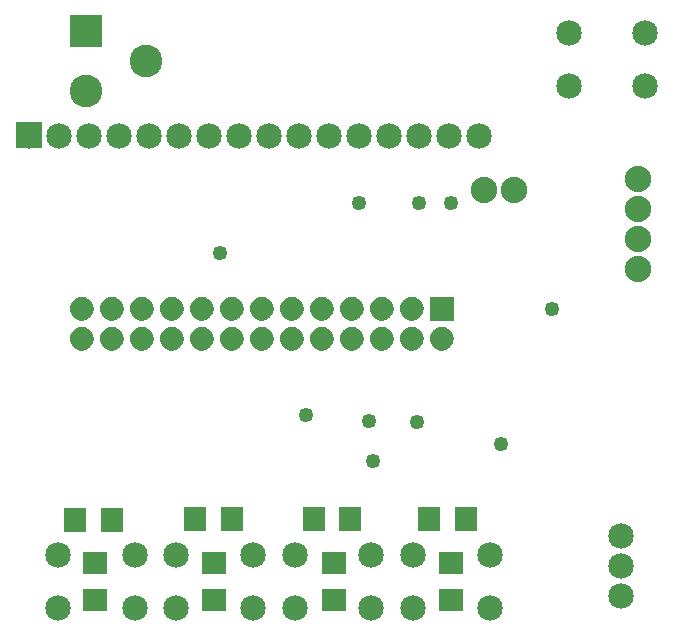
<source format=gbs>
G04 MADE WITH FRITZING*
G04 WWW.FRITZING.ORG*
G04 DOUBLE SIDED*
G04 HOLES PLATED*
G04 CONTOUR ON CENTER OF CONTOUR VECTOR*
%ASAXBY*%
%FSLAX23Y23*%
%MOIN*%
%OFA0B0*%
%SFA1.0B1.0*%
%ADD10C,0.085000*%
%ADD11C,0.049370*%
%ADD12C,0.109000*%
%ADD13C,0.088000*%
%ADD14R,0.085000X0.085000*%
%ADD15R,0.072992X0.084803*%
%ADD16R,0.084803X0.072992*%
%ADD17R,0.109000X0.109000*%
%ADD18R,0.080000X0.080000*%
%ADD19R,0.001000X0.001000*%
%LNMASK0*%
G90*
G70*
G54D10*
X100Y1631D03*
X200Y1631D03*
X300Y1631D03*
X400Y1631D03*
X500Y1631D03*
X600Y1631D03*
X700Y1631D03*
X800Y1631D03*
X900Y1631D03*
X1000Y1631D03*
X1100Y1631D03*
X1200Y1631D03*
X1300Y1631D03*
X1400Y1631D03*
X1500Y1631D03*
X1600Y1631D03*
G54D11*
X1675Y604D03*
X1399Y1407D03*
X1506Y1407D03*
X1844Y1053D03*
X1025Y698D03*
X738Y1238D03*
X1199Y1406D03*
X1246Y545D03*
G54D10*
X1380Y234D03*
X1636Y234D03*
X1380Y57D03*
X1636Y57D03*
X198Y233D03*
X453Y233D03*
X198Y56D03*
X453Y56D03*
G54D12*
X289Y1778D03*
X289Y1978D03*
X489Y1878D03*
G54D10*
X592Y234D03*
X848Y234D03*
X592Y57D03*
X848Y57D03*
X986Y234D03*
X1242Y234D03*
X986Y57D03*
X1242Y57D03*
X2155Y1797D03*
X1899Y1797D03*
X2155Y1974D03*
X1899Y1974D03*
G54D13*
X1616Y1450D03*
X1716Y1450D03*
X1616Y1450D03*
X1716Y1450D03*
G54D11*
X1233Y678D03*
X1395Y676D03*
G54D10*
X2073Y95D03*
X2073Y195D03*
X2073Y295D03*
G54D13*
X2132Y1486D03*
X2132Y1386D03*
X2132Y1286D03*
X2132Y1186D03*
G54D14*
X100Y1632D03*
G54D15*
X376Y348D03*
X254Y348D03*
G54D16*
X321Y206D03*
X321Y84D03*
G54D15*
X655Y352D03*
X777Y352D03*
G54D16*
X718Y84D03*
X718Y206D03*
X1116Y84D03*
X1116Y206D03*
G54D15*
X1049Y352D03*
X1171Y352D03*
G54D16*
X1506Y84D03*
X1506Y206D03*
G54D15*
X1557Y352D03*
X1435Y352D03*
G54D17*
X289Y1978D03*
G54D18*
X1477Y1053D03*
G54D19*
X272Y1093D02*
X282Y1093D01*
X372Y1093D02*
X382Y1093D01*
X472Y1093D02*
X482Y1093D01*
X571Y1093D02*
X582Y1093D01*
X671Y1093D02*
X682Y1093D01*
X771Y1093D02*
X782Y1093D01*
X871Y1093D02*
X882Y1093D01*
X971Y1093D02*
X982Y1093D01*
X1071Y1093D02*
X1082Y1093D01*
X1171Y1093D02*
X1182Y1093D01*
X1271Y1093D02*
X1282Y1093D01*
X1371Y1093D02*
X1382Y1093D01*
X1471Y1093D02*
X1482Y1093D01*
X267Y1092D02*
X286Y1092D01*
X367Y1092D02*
X386Y1092D01*
X467Y1092D02*
X486Y1092D01*
X567Y1092D02*
X586Y1092D01*
X667Y1092D02*
X686Y1092D01*
X767Y1092D02*
X786Y1092D01*
X867Y1092D02*
X886Y1092D01*
X967Y1092D02*
X986Y1092D01*
X1067Y1092D02*
X1086Y1092D01*
X1167Y1092D02*
X1186Y1092D01*
X1267Y1092D02*
X1286Y1092D01*
X1367Y1092D02*
X1386Y1092D01*
X1467Y1092D02*
X1486Y1092D01*
X265Y1091D02*
X289Y1091D01*
X365Y1091D02*
X389Y1091D01*
X465Y1091D02*
X489Y1091D01*
X565Y1091D02*
X589Y1091D01*
X665Y1091D02*
X689Y1091D01*
X765Y1091D02*
X789Y1091D01*
X865Y1091D02*
X889Y1091D01*
X965Y1091D02*
X989Y1091D01*
X1065Y1091D02*
X1089Y1091D01*
X1164Y1091D02*
X1189Y1091D01*
X1264Y1091D02*
X1289Y1091D01*
X1364Y1091D02*
X1389Y1091D01*
X1464Y1091D02*
X1489Y1091D01*
X262Y1090D02*
X291Y1090D01*
X362Y1090D02*
X391Y1090D01*
X462Y1090D02*
X491Y1090D01*
X562Y1090D02*
X591Y1090D01*
X662Y1090D02*
X691Y1090D01*
X762Y1090D02*
X791Y1090D01*
X862Y1090D02*
X891Y1090D01*
X962Y1090D02*
X991Y1090D01*
X1062Y1090D02*
X1091Y1090D01*
X1162Y1090D02*
X1191Y1090D01*
X1262Y1090D02*
X1291Y1090D01*
X1362Y1090D02*
X1391Y1090D01*
X1462Y1090D02*
X1491Y1090D01*
X260Y1089D02*
X293Y1089D01*
X360Y1089D02*
X393Y1089D01*
X460Y1089D02*
X493Y1089D01*
X560Y1089D02*
X593Y1089D01*
X660Y1089D02*
X693Y1089D01*
X760Y1089D02*
X793Y1089D01*
X860Y1089D02*
X893Y1089D01*
X960Y1089D02*
X993Y1089D01*
X1060Y1089D02*
X1093Y1089D01*
X1160Y1089D02*
X1193Y1089D01*
X1260Y1089D02*
X1293Y1089D01*
X1360Y1089D02*
X1393Y1089D01*
X1460Y1089D02*
X1493Y1089D01*
X259Y1088D02*
X295Y1088D01*
X359Y1088D02*
X395Y1088D01*
X459Y1088D02*
X495Y1088D01*
X559Y1088D02*
X595Y1088D01*
X659Y1088D02*
X695Y1088D01*
X759Y1088D02*
X795Y1088D01*
X858Y1088D02*
X895Y1088D01*
X958Y1088D02*
X995Y1088D01*
X1058Y1088D02*
X1095Y1088D01*
X1158Y1088D02*
X1195Y1088D01*
X1258Y1088D02*
X1295Y1088D01*
X1358Y1088D02*
X1395Y1088D01*
X1458Y1088D02*
X1495Y1088D01*
X257Y1087D02*
X297Y1087D01*
X357Y1087D02*
X397Y1087D01*
X457Y1087D02*
X496Y1087D01*
X557Y1087D02*
X596Y1087D01*
X657Y1087D02*
X696Y1087D01*
X757Y1087D02*
X796Y1087D01*
X857Y1087D02*
X896Y1087D01*
X957Y1087D02*
X996Y1087D01*
X1057Y1087D02*
X1096Y1087D01*
X1157Y1087D02*
X1196Y1087D01*
X1257Y1087D02*
X1296Y1087D01*
X1357Y1087D02*
X1396Y1087D01*
X1457Y1087D02*
X1496Y1087D01*
X256Y1086D02*
X298Y1086D01*
X356Y1086D02*
X398Y1086D01*
X456Y1086D02*
X498Y1086D01*
X556Y1086D02*
X598Y1086D01*
X656Y1086D02*
X698Y1086D01*
X755Y1086D02*
X798Y1086D01*
X855Y1086D02*
X898Y1086D01*
X955Y1086D02*
X998Y1086D01*
X1055Y1086D02*
X1098Y1086D01*
X1155Y1086D02*
X1198Y1086D01*
X1255Y1086D02*
X1298Y1086D01*
X1355Y1086D02*
X1398Y1086D01*
X1455Y1086D02*
X1498Y1086D01*
X254Y1085D02*
X299Y1085D01*
X354Y1085D02*
X399Y1085D01*
X454Y1085D02*
X499Y1085D01*
X554Y1085D02*
X599Y1085D01*
X654Y1085D02*
X699Y1085D01*
X754Y1085D02*
X799Y1085D01*
X854Y1085D02*
X899Y1085D01*
X954Y1085D02*
X999Y1085D01*
X1054Y1085D02*
X1099Y1085D01*
X1154Y1085D02*
X1199Y1085D01*
X1254Y1085D02*
X1299Y1085D01*
X1354Y1085D02*
X1399Y1085D01*
X1454Y1085D02*
X1499Y1085D01*
X253Y1084D02*
X301Y1084D01*
X353Y1084D02*
X401Y1084D01*
X453Y1084D02*
X501Y1084D01*
X553Y1084D02*
X601Y1084D01*
X653Y1084D02*
X701Y1084D01*
X753Y1084D02*
X800Y1084D01*
X853Y1084D02*
X900Y1084D01*
X953Y1084D02*
X1000Y1084D01*
X1053Y1084D02*
X1100Y1084D01*
X1153Y1084D02*
X1200Y1084D01*
X1253Y1084D02*
X1300Y1084D01*
X1353Y1084D02*
X1400Y1084D01*
X1453Y1084D02*
X1500Y1084D01*
X252Y1083D02*
X302Y1083D01*
X352Y1083D02*
X402Y1083D01*
X452Y1083D02*
X502Y1083D01*
X552Y1083D02*
X602Y1083D01*
X652Y1083D02*
X702Y1083D01*
X752Y1083D02*
X802Y1083D01*
X852Y1083D02*
X902Y1083D01*
X952Y1083D02*
X1002Y1083D01*
X1052Y1083D02*
X1102Y1083D01*
X1152Y1083D02*
X1202Y1083D01*
X1252Y1083D02*
X1302Y1083D01*
X1352Y1083D02*
X1401Y1083D01*
X1452Y1083D02*
X1501Y1083D01*
X251Y1082D02*
X303Y1082D01*
X351Y1082D02*
X403Y1082D01*
X451Y1082D02*
X503Y1082D01*
X551Y1082D02*
X603Y1082D01*
X651Y1082D02*
X703Y1082D01*
X751Y1082D02*
X803Y1082D01*
X851Y1082D02*
X903Y1082D01*
X951Y1082D02*
X1003Y1082D01*
X1051Y1082D02*
X1103Y1082D01*
X1151Y1082D02*
X1203Y1082D01*
X1251Y1082D02*
X1303Y1082D01*
X1351Y1082D02*
X1403Y1082D01*
X1451Y1082D02*
X1503Y1082D01*
X250Y1081D02*
X304Y1081D01*
X350Y1081D02*
X404Y1081D01*
X450Y1081D02*
X504Y1081D01*
X550Y1081D02*
X604Y1081D01*
X650Y1081D02*
X704Y1081D01*
X750Y1081D02*
X804Y1081D01*
X850Y1081D02*
X904Y1081D01*
X950Y1081D02*
X1004Y1081D01*
X1050Y1081D02*
X1104Y1081D01*
X1150Y1081D02*
X1204Y1081D01*
X1250Y1081D02*
X1304Y1081D01*
X1349Y1081D02*
X1404Y1081D01*
X1449Y1081D02*
X1504Y1081D01*
X249Y1080D02*
X305Y1080D01*
X349Y1080D02*
X405Y1080D01*
X449Y1080D02*
X505Y1080D01*
X549Y1080D02*
X605Y1080D01*
X649Y1080D02*
X705Y1080D01*
X749Y1080D02*
X805Y1080D01*
X849Y1080D02*
X905Y1080D01*
X949Y1080D02*
X1005Y1080D01*
X1049Y1080D02*
X1105Y1080D01*
X1149Y1080D02*
X1205Y1080D01*
X1249Y1080D02*
X1305Y1080D01*
X1349Y1080D02*
X1405Y1080D01*
X1449Y1080D02*
X1505Y1080D01*
X248Y1079D02*
X306Y1079D01*
X348Y1079D02*
X406Y1079D01*
X448Y1079D02*
X506Y1079D01*
X548Y1079D02*
X606Y1079D01*
X648Y1079D02*
X706Y1079D01*
X748Y1079D02*
X806Y1079D01*
X848Y1079D02*
X906Y1079D01*
X948Y1079D02*
X1006Y1079D01*
X1048Y1079D02*
X1106Y1079D01*
X1148Y1079D02*
X1206Y1079D01*
X1248Y1079D02*
X1306Y1079D01*
X1348Y1079D02*
X1406Y1079D01*
X1448Y1079D02*
X1505Y1079D01*
X247Y1078D02*
X307Y1078D01*
X347Y1078D02*
X407Y1078D01*
X447Y1078D02*
X507Y1078D01*
X547Y1078D02*
X607Y1078D01*
X647Y1078D02*
X707Y1078D01*
X747Y1078D02*
X807Y1078D01*
X847Y1078D02*
X906Y1078D01*
X947Y1078D02*
X1006Y1078D01*
X1047Y1078D02*
X1106Y1078D01*
X1147Y1078D02*
X1206Y1078D01*
X1247Y1078D02*
X1306Y1078D01*
X1347Y1078D02*
X1406Y1078D01*
X1447Y1078D02*
X1506Y1078D01*
X246Y1077D02*
X307Y1077D01*
X346Y1077D02*
X407Y1077D01*
X446Y1077D02*
X507Y1077D01*
X546Y1077D02*
X607Y1077D01*
X646Y1077D02*
X707Y1077D01*
X746Y1077D02*
X807Y1077D01*
X846Y1077D02*
X907Y1077D01*
X946Y1077D02*
X1007Y1077D01*
X1046Y1077D02*
X1107Y1077D01*
X1146Y1077D02*
X1207Y1077D01*
X1246Y1077D02*
X1307Y1077D01*
X1346Y1077D02*
X1407Y1077D01*
X1446Y1077D02*
X1507Y1077D01*
X245Y1076D02*
X308Y1076D01*
X345Y1076D02*
X408Y1076D01*
X445Y1076D02*
X508Y1076D01*
X545Y1076D02*
X608Y1076D01*
X645Y1076D02*
X708Y1076D01*
X745Y1076D02*
X808Y1076D01*
X845Y1076D02*
X908Y1076D01*
X945Y1076D02*
X1008Y1076D01*
X1045Y1076D02*
X1108Y1076D01*
X1145Y1076D02*
X1208Y1076D01*
X1245Y1076D02*
X1308Y1076D01*
X1345Y1076D02*
X1408Y1076D01*
X1445Y1076D02*
X1508Y1076D01*
X245Y1075D02*
X309Y1075D01*
X345Y1075D02*
X409Y1075D01*
X445Y1075D02*
X509Y1075D01*
X545Y1075D02*
X609Y1075D01*
X645Y1075D02*
X709Y1075D01*
X745Y1075D02*
X809Y1075D01*
X845Y1075D02*
X909Y1075D01*
X945Y1075D02*
X1009Y1075D01*
X1044Y1075D02*
X1109Y1075D01*
X1144Y1075D02*
X1209Y1075D01*
X1244Y1075D02*
X1309Y1075D01*
X1344Y1075D02*
X1409Y1075D01*
X1444Y1075D02*
X1509Y1075D01*
X244Y1074D02*
X310Y1074D01*
X344Y1074D02*
X410Y1074D01*
X444Y1074D02*
X510Y1074D01*
X544Y1074D02*
X610Y1074D01*
X644Y1074D02*
X710Y1074D01*
X744Y1074D02*
X809Y1074D01*
X844Y1074D02*
X909Y1074D01*
X944Y1074D02*
X1009Y1074D01*
X1044Y1074D02*
X1109Y1074D01*
X1144Y1074D02*
X1209Y1074D01*
X1244Y1074D02*
X1309Y1074D01*
X1344Y1074D02*
X1409Y1074D01*
X1444Y1074D02*
X1509Y1074D01*
X243Y1073D02*
X310Y1073D01*
X343Y1073D02*
X410Y1073D01*
X443Y1073D02*
X510Y1073D01*
X543Y1073D02*
X610Y1073D01*
X643Y1073D02*
X710Y1073D01*
X743Y1073D02*
X810Y1073D01*
X843Y1073D02*
X910Y1073D01*
X943Y1073D02*
X1010Y1073D01*
X1043Y1073D02*
X1110Y1073D01*
X1143Y1073D02*
X1210Y1073D01*
X1243Y1073D02*
X1310Y1073D01*
X1343Y1073D02*
X1410Y1073D01*
X1443Y1073D02*
X1510Y1073D01*
X243Y1072D02*
X311Y1072D01*
X343Y1072D02*
X411Y1072D01*
X443Y1072D02*
X511Y1072D01*
X543Y1072D02*
X611Y1072D01*
X643Y1072D02*
X711Y1072D01*
X743Y1072D02*
X811Y1072D01*
X843Y1072D02*
X911Y1072D01*
X943Y1072D02*
X1011Y1072D01*
X1043Y1072D02*
X1111Y1072D01*
X1143Y1072D02*
X1211Y1072D01*
X1243Y1072D02*
X1311Y1072D01*
X1342Y1072D02*
X1411Y1072D01*
X1442Y1072D02*
X1511Y1072D01*
X242Y1071D02*
X311Y1071D01*
X342Y1071D02*
X411Y1071D01*
X442Y1071D02*
X511Y1071D01*
X542Y1071D02*
X611Y1071D01*
X642Y1071D02*
X711Y1071D01*
X742Y1071D02*
X811Y1071D01*
X842Y1071D02*
X911Y1071D01*
X942Y1071D02*
X1011Y1071D01*
X1042Y1071D02*
X1111Y1071D01*
X1142Y1071D02*
X1211Y1071D01*
X1242Y1071D02*
X1311Y1071D01*
X1342Y1071D02*
X1411Y1071D01*
X1442Y1071D02*
X1511Y1071D01*
X242Y1070D02*
X312Y1070D01*
X342Y1070D02*
X412Y1070D01*
X442Y1070D02*
X512Y1070D01*
X542Y1070D02*
X612Y1070D01*
X642Y1070D02*
X712Y1070D01*
X742Y1070D02*
X812Y1070D01*
X841Y1070D02*
X912Y1070D01*
X941Y1070D02*
X1012Y1070D01*
X1041Y1070D02*
X1112Y1070D01*
X1141Y1070D02*
X1212Y1070D01*
X1241Y1070D02*
X1312Y1070D01*
X1341Y1070D02*
X1412Y1070D01*
X1441Y1070D02*
X1512Y1070D01*
X241Y1069D02*
X312Y1069D01*
X341Y1069D02*
X412Y1069D01*
X441Y1069D02*
X512Y1069D01*
X541Y1069D02*
X612Y1069D01*
X641Y1069D02*
X712Y1069D01*
X741Y1069D02*
X812Y1069D01*
X841Y1069D02*
X912Y1069D01*
X941Y1069D02*
X1012Y1069D01*
X1041Y1069D02*
X1112Y1069D01*
X1141Y1069D02*
X1212Y1069D01*
X1241Y1069D02*
X1312Y1069D01*
X1341Y1069D02*
X1412Y1069D01*
X1441Y1069D02*
X1512Y1069D01*
X241Y1068D02*
X313Y1068D01*
X341Y1068D02*
X413Y1068D01*
X441Y1068D02*
X513Y1068D01*
X541Y1068D02*
X613Y1068D01*
X641Y1068D02*
X713Y1068D01*
X741Y1068D02*
X813Y1068D01*
X840Y1068D02*
X913Y1068D01*
X940Y1068D02*
X1013Y1068D01*
X1040Y1068D02*
X1113Y1068D01*
X1140Y1068D02*
X1213Y1068D01*
X1240Y1068D02*
X1313Y1068D01*
X1340Y1068D02*
X1413Y1068D01*
X1440Y1068D02*
X1513Y1068D01*
X240Y1067D02*
X313Y1067D01*
X340Y1067D02*
X413Y1067D01*
X440Y1067D02*
X513Y1067D01*
X540Y1067D02*
X613Y1067D01*
X640Y1067D02*
X713Y1067D01*
X740Y1067D02*
X813Y1067D01*
X840Y1067D02*
X913Y1067D01*
X940Y1067D02*
X1013Y1067D01*
X1040Y1067D02*
X1113Y1067D01*
X1140Y1067D02*
X1213Y1067D01*
X1240Y1067D02*
X1313Y1067D01*
X1340Y1067D02*
X1413Y1067D01*
X1440Y1067D02*
X1513Y1067D01*
X240Y1066D02*
X314Y1066D01*
X340Y1066D02*
X414Y1066D01*
X440Y1066D02*
X514Y1066D01*
X540Y1066D02*
X614Y1066D01*
X640Y1066D02*
X714Y1066D01*
X740Y1066D02*
X814Y1066D01*
X840Y1066D02*
X914Y1066D01*
X940Y1066D02*
X1014Y1066D01*
X1040Y1066D02*
X1114Y1066D01*
X1140Y1066D02*
X1214Y1066D01*
X1240Y1066D02*
X1314Y1066D01*
X1340Y1066D02*
X1414Y1066D01*
X1440Y1066D02*
X1514Y1066D01*
X239Y1065D02*
X314Y1065D01*
X339Y1065D02*
X414Y1065D01*
X439Y1065D02*
X514Y1065D01*
X539Y1065D02*
X614Y1065D01*
X639Y1065D02*
X714Y1065D01*
X739Y1065D02*
X814Y1065D01*
X839Y1065D02*
X914Y1065D01*
X939Y1065D02*
X1014Y1065D01*
X1039Y1065D02*
X1114Y1065D01*
X1139Y1065D02*
X1214Y1065D01*
X1239Y1065D02*
X1314Y1065D01*
X1339Y1065D02*
X1414Y1065D01*
X1439Y1065D02*
X1514Y1065D01*
X239Y1064D02*
X315Y1064D01*
X339Y1064D02*
X415Y1064D01*
X439Y1064D02*
X514Y1064D01*
X539Y1064D02*
X614Y1064D01*
X639Y1064D02*
X714Y1064D01*
X739Y1064D02*
X814Y1064D01*
X839Y1064D02*
X914Y1064D01*
X939Y1064D02*
X1014Y1064D01*
X1039Y1064D02*
X1114Y1064D01*
X1139Y1064D02*
X1214Y1064D01*
X1239Y1064D02*
X1314Y1064D01*
X1339Y1064D02*
X1414Y1064D01*
X1439Y1064D02*
X1514Y1064D01*
X239Y1063D02*
X315Y1063D01*
X339Y1063D02*
X415Y1063D01*
X439Y1063D02*
X515Y1063D01*
X539Y1063D02*
X615Y1063D01*
X639Y1063D02*
X715Y1063D01*
X739Y1063D02*
X815Y1063D01*
X839Y1063D02*
X915Y1063D01*
X939Y1063D02*
X1015Y1063D01*
X1039Y1063D02*
X1115Y1063D01*
X1139Y1063D02*
X1215Y1063D01*
X1239Y1063D02*
X1315Y1063D01*
X1339Y1063D02*
X1415Y1063D01*
X1439Y1063D02*
X1515Y1063D01*
X238Y1062D02*
X315Y1062D01*
X338Y1062D02*
X415Y1062D01*
X438Y1062D02*
X515Y1062D01*
X538Y1062D02*
X615Y1062D01*
X638Y1062D02*
X715Y1062D01*
X738Y1062D02*
X815Y1062D01*
X838Y1062D02*
X915Y1062D01*
X938Y1062D02*
X1015Y1062D01*
X1038Y1062D02*
X1115Y1062D01*
X1138Y1062D02*
X1215Y1062D01*
X1238Y1062D02*
X1315Y1062D01*
X1338Y1062D02*
X1415Y1062D01*
X1438Y1062D02*
X1515Y1062D01*
X238Y1061D02*
X315Y1061D01*
X338Y1061D02*
X415Y1061D01*
X438Y1061D02*
X515Y1061D01*
X538Y1061D02*
X615Y1061D01*
X638Y1061D02*
X715Y1061D01*
X738Y1061D02*
X815Y1061D01*
X838Y1061D02*
X915Y1061D01*
X938Y1061D02*
X1015Y1061D01*
X1038Y1061D02*
X1115Y1061D01*
X1138Y1061D02*
X1215Y1061D01*
X1238Y1061D02*
X1315Y1061D01*
X1338Y1061D02*
X1415Y1061D01*
X1438Y1061D02*
X1515Y1061D01*
X238Y1060D02*
X316Y1060D01*
X338Y1060D02*
X416Y1060D01*
X438Y1060D02*
X516Y1060D01*
X538Y1060D02*
X616Y1060D01*
X638Y1060D02*
X716Y1060D01*
X738Y1060D02*
X815Y1060D01*
X838Y1060D02*
X915Y1060D01*
X938Y1060D02*
X1015Y1060D01*
X1038Y1060D02*
X1115Y1060D01*
X1138Y1060D02*
X1215Y1060D01*
X1238Y1060D02*
X1315Y1060D01*
X1338Y1060D02*
X1415Y1060D01*
X1438Y1060D02*
X1515Y1060D01*
X238Y1059D02*
X316Y1059D01*
X338Y1059D02*
X416Y1059D01*
X438Y1059D02*
X516Y1059D01*
X538Y1059D02*
X616Y1059D01*
X638Y1059D02*
X716Y1059D01*
X738Y1059D02*
X816Y1059D01*
X838Y1059D02*
X916Y1059D01*
X938Y1059D02*
X1016Y1059D01*
X1038Y1059D02*
X1116Y1059D01*
X1138Y1059D02*
X1216Y1059D01*
X1238Y1059D02*
X1316Y1059D01*
X1338Y1059D02*
X1416Y1059D01*
X1438Y1059D02*
X1516Y1059D01*
X238Y1058D02*
X316Y1058D01*
X338Y1058D02*
X416Y1058D01*
X438Y1058D02*
X516Y1058D01*
X538Y1058D02*
X616Y1058D01*
X638Y1058D02*
X716Y1058D01*
X738Y1058D02*
X816Y1058D01*
X838Y1058D02*
X916Y1058D01*
X938Y1058D02*
X1016Y1058D01*
X1037Y1058D02*
X1116Y1058D01*
X1137Y1058D02*
X1216Y1058D01*
X1237Y1058D02*
X1316Y1058D01*
X1337Y1058D02*
X1416Y1058D01*
X1437Y1058D02*
X1516Y1058D01*
X238Y1057D02*
X316Y1057D01*
X337Y1057D02*
X416Y1057D01*
X437Y1057D02*
X516Y1057D01*
X537Y1057D02*
X616Y1057D01*
X637Y1057D02*
X716Y1057D01*
X737Y1057D02*
X816Y1057D01*
X837Y1057D02*
X916Y1057D01*
X937Y1057D02*
X1016Y1057D01*
X1037Y1057D02*
X1116Y1057D01*
X1137Y1057D02*
X1216Y1057D01*
X1237Y1057D02*
X1316Y1057D01*
X1337Y1057D02*
X1416Y1057D01*
X1437Y1057D02*
X1516Y1057D01*
X237Y1056D02*
X316Y1056D01*
X337Y1056D02*
X416Y1056D01*
X437Y1056D02*
X516Y1056D01*
X537Y1056D02*
X616Y1056D01*
X637Y1056D02*
X716Y1056D01*
X737Y1056D02*
X816Y1056D01*
X837Y1056D02*
X916Y1056D01*
X937Y1056D02*
X1016Y1056D01*
X1037Y1056D02*
X1116Y1056D01*
X1137Y1056D02*
X1216Y1056D01*
X1237Y1056D02*
X1316Y1056D01*
X1337Y1056D02*
X1416Y1056D01*
X1437Y1056D02*
X1516Y1056D01*
X237Y1055D02*
X316Y1055D01*
X337Y1055D02*
X416Y1055D01*
X437Y1055D02*
X516Y1055D01*
X537Y1055D02*
X616Y1055D01*
X637Y1055D02*
X716Y1055D01*
X737Y1055D02*
X816Y1055D01*
X837Y1055D02*
X916Y1055D01*
X937Y1055D02*
X1016Y1055D01*
X1037Y1055D02*
X1116Y1055D01*
X1137Y1055D02*
X1216Y1055D01*
X1237Y1055D02*
X1316Y1055D01*
X1337Y1055D02*
X1416Y1055D01*
X1437Y1055D02*
X1516Y1055D01*
X237Y1054D02*
X316Y1054D01*
X337Y1054D02*
X416Y1054D01*
X437Y1054D02*
X516Y1054D01*
X537Y1054D02*
X616Y1054D01*
X637Y1054D02*
X716Y1054D01*
X737Y1054D02*
X816Y1054D01*
X837Y1054D02*
X916Y1054D01*
X937Y1054D02*
X1016Y1054D01*
X1037Y1054D02*
X1116Y1054D01*
X1137Y1054D02*
X1216Y1054D01*
X1237Y1054D02*
X1316Y1054D01*
X1337Y1054D02*
X1416Y1054D01*
X1437Y1054D02*
X1516Y1054D01*
X237Y1053D02*
X316Y1053D01*
X337Y1053D02*
X416Y1053D01*
X437Y1053D02*
X516Y1053D01*
X537Y1053D02*
X616Y1053D01*
X637Y1053D02*
X716Y1053D01*
X737Y1053D02*
X816Y1053D01*
X837Y1053D02*
X916Y1053D01*
X937Y1053D02*
X1016Y1053D01*
X1037Y1053D02*
X1116Y1053D01*
X1137Y1053D02*
X1216Y1053D01*
X1237Y1053D02*
X1316Y1053D01*
X1337Y1053D02*
X1416Y1053D01*
X1437Y1053D02*
X1516Y1053D01*
X237Y1052D02*
X316Y1052D01*
X337Y1052D02*
X416Y1052D01*
X437Y1052D02*
X516Y1052D01*
X537Y1052D02*
X616Y1052D01*
X637Y1052D02*
X716Y1052D01*
X737Y1052D02*
X816Y1052D01*
X837Y1052D02*
X916Y1052D01*
X937Y1052D02*
X1016Y1052D01*
X1037Y1052D02*
X1116Y1052D01*
X1137Y1052D02*
X1216Y1052D01*
X1237Y1052D02*
X1316Y1052D01*
X1337Y1052D02*
X1416Y1052D01*
X1437Y1052D02*
X1516Y1052D01*
X237Y1051D02*
X316Y1051D01*
X337Y1051D02*
X416Y1051D01*
X437Y1051D02*
X516Y1051D01*
X537Y1051D02*
X616Y1051D01*
X637Y1051D02*
X716Y1051D01*
X737Y1051D02*
X816Y1051D01*
X837Y1051D02*
X916Y1051D01*
X937Y1051D02*
X1016Y1051D01*
X1037Y1051D02*
X1116Y1051D01*
X1137Y1051D02*
X1216Y1051D01*
X1237Y1051D02*
X1316Y1051D01*
X1337Y1051D02*
X1416Y1051D01*
X1437Y1051D02*
X1516Y1051D01*
X238Y1050D02*
X316Y1050D01*
X338Y1050D02*
X416Y1050D01*
X437Y1050D02*
X516Y1050D01*
X537Y1050D02*
X616Y1050D01*
X637Y1050D02*
X716Y1050D01*
X737Y1050D02*
X816Y1050D01*
X837Y1050D02*
X916Y1050D01*
X937Y1050D02*
X1016Y1050D01*
X1037Y1050D02*
X1116Y1050D01*
X1137Y1050D02*
X1216Y1050D01*
X1237Y1050D02*
X1316Y1050D01*
X1337Y1050D02*
X1416Y1050D01*
X1437Y1050D02*
X1516Y1050D01*
X238Y1049D02*
X316Y1049D01*
X338Y1049D02*
X416Y1049D01*
X438Y1049D02*
X516Y1049D01*
X538Y1049D02*
X616Y1049D01*
X638Y1049D02*
X716Y1049D01*
X738Y1049D02*
X816Y1049D01*
X838Y1049D02*
X916Y1049D01*
X938Y1049D02*
X1016Y1049D01*
X1038Y1049D02*
X1116Y1049D01*
X1137Y1049D02*
X1216Y1049D01*
X1237Y1049D02*
X1316Y1049D01*
X1337Y1049D02*
X1416Y1049D01*
X1437Y1049D02*
X1516Y1049D01*
X238Y1048D02*
X316Y1048D01*
X338Y1048D02*
X416Y1048D01*
X438Y1048D02*
X516Y1048D01*
X538Y1048D02*
X616Y1048D01*
X638Y1048D02*
X716Y1048D01*
X738Y1048D02*
X816Y1048D01*
X838Y1048D02*
X916Y1048D01*
X938Y1048D02*
X1016Y1048D01*
X1038Y1048D02*
X1116Y1048D01*
X1138Y1048D02*
X1216Y1048D01*
X1238Y1048D02*
X1316Y1048D01*
X1338Y1048D02*
X1415Y1048D01*
X1438Y1048D02*
X1515Y1048D01*
X238Y1047D02*
X316Y1047D01*
X338Y1047D02*
X416Y1047D01*
X438Y1047D02*
X515Y1047D01*
X538Y1047D02*
X615Y1047D01*
X638Y1047D02*
X715Y1047D01*
X738Y1047D02*
X815Y1047D01*
X838Y1047D02*
X915Y1047D01*
X938Y1047D02*
X1015Y1047D01*
X1038Y1047D02*
X1115Y1047D01*
X1138Y1047D02*
X1215Y1047D01*
X1238Y1047D02*
X1315Y1047D01*
X1338Y1047D02*
X1415Y1047D01*
X1438Y1047D02*
X1515Y1047D01*
X238Y1046D02*
X315Y1046D01*
X338Y1046D02*
X415Y1046D01*
X438Y1046D02*
X515Y1046D01*
X538Y1046D02*
X615Y1046D01*
X638Y1046D02*
X715Y1046D01*
X738Y1046D02*
X815Y1046D01*
X838Y1046D02*
X915Y1046D01*
X938Y1046D02*
X1015Y1046D01*
X1038Y1046D02*
X1115Y1046D01*
X1138Y1046D02*
X1215Y1046D01*
X1238Y1046D02*
X1315Y1046D01*
X1338Y1046D02*
X1415Y1046D01*
X1438Y1046D02*
X1515Y1046D01*
X239Y1045D02*
X315Y1045D01*
X339Y1045D02*
X415Y1045D01*
X438Y1045D02*
X515Y1045D01*
X538Y1045D02*
X615Y1045D01*
X638Y1045D02*
X715Y1045D01*
X738Y1045D02*
X815Y1045D01*
X838Y1045D02*
X915Y1045D01*
X938Y1045D02*
X1015Y1045D01*
X1038Y1045D02*
X1115Y1045D01*
X1138Y1045D02*
X1215Y1045D01*
X1238Y1045D02*
X1315Y1045D01*
X1338Y1045D02*
X1415Y1045D01*
X1438Y1045D02*
X1515Y1045D01*
X239Y1044D02*
X315Y1044D01*
X339Y1044D02*
X415Y1044D01*
X439Y1044D02*
X515Y1044D01*
X539Y1044D02*
X615Y1044D01*
X639Y1044D02*
X715Y1044D01*
X739Y1044D02*
X815Y1044D01*
X839Y1044D02*
X915Y1044D01*
X939Y1044D02*
X1015Y1044D01*
X1039Y1044D02*
X1115Y1044D01*
X1139Y1044D02*
X1215Y1044D01*
X1239Y1044D02*
X1315Y1044D01*
X1339Y1044D02*
X1415Y1044D01*
X1439Y1044D02*
X1515Y1044D01*
X239Y1043D02*
X314Y1043D01*
X339Y1043D02*
X414Y1043D01*
X439Y1043D02*
X514Y1043D01*
X539Y1043D02*
X614Y1043D01*
X639Y1043D02*
X714Y1043D01*
X739Y1043D02*
X814Y1043D01*
X839Y1043D02*
X914Y1043D01*
X939Y1043D02*
X1014Y1043D01*
X1039Y1043D02*
X1114Y1043D01*
X1139Y1043D02*
X1214Y1043D01*
X1239Y1043D02*
X1314Y1043D01*
X1339Y1043D02*
X1414Y1043D01*
X1439Y1043D02*
X1514Y1043D01*
X239Y1042D02*
X314Y1042D01*
X339Y1042D02*
X414Y1042D01*
X439Y1042D02*
X514Y1042D01*
X539Y1042D02*
X614Y1042D01*
X639Y1042D02*
X714Y1042D01*
X739Y1042D02*
X814Y1042D01*
X839Y1042D02*
X914Y1042D01*
X939Y1042D02*
X1014Y1042D01*
X1039Y1042D02*
X1114Y1042D01*
X1139Y1042D02*
X1214Y1042D01*
X1239Y1042D02*
X1314Y1042D01*
X1339Y1042D02*
X1414Y1042D01*
X1439Y1042D02*
X1514Y1042D01*
X240Y1041D02*
X314Y1041D01*
X340Y1041D02*
X414Y1041D01*
X440Y1041D02*
X514Y1041D01*
X540Y1041D02*
X614Y1041D01*
X640Y1041D02*
X714Y1041D01*
X740Y1041D02*
X814Y1041D01*
X840Y1041D02*
X914Y1041D01*
X940Y1041D02*
X1014Y1041D01*
X1040Y1041D02*
X1114Y1041D01*
X1140Y1041D02*
X1214Y1041D01*
X1240Y1041D02*
X1314Y1041D01*
X1340Y1041D02*
X1413Y1041D01*
X1440Y1041D02*
X1513Y1041D01*
X240Y1040D02*
X313Y1040D01*
X340Y1040D02*
X413Y1040D01*
X440Y1040D02*
X513Y1040D01*
X540Y1040D02*
X613Y1040D01*
X640Y1040D02*
X713Y1040D01*
X740Y1040D02*
X813Y1040D01*
X840Y1040D02*
X913Y1040D01*
X940Y1040D02*
X1013Y1040D01*
X1040Y1040D02*
X1113Y1040D01*
X1140Y1040D02*
X1213Y1040D01*
X1240Y1040D02*
X1313Y1040D01*
X1340Y1040D02*
X1413Y1040D01*
X1440Y1040D02*
X1513Y1040D01*
X241Y1039D02*
X313Y1039D01*
X341Y1039D02*
X413Y1039D01*
X441Y1039D02*
X513Y1039D01*
X541Y1039D02*
X613Y1039D01*
X641Y1039D02*
X713Y1039D01*
X741Y1039D02*
X813Y1039D01*
X841Y1039D02*
X913Y1039D01*
X941Y1039D02*
X1013Y1039D01*
X1041Y1039D02*
X1113Y1039D01*
X1141Y1039D02*
X1213Y1039D01*
X1240Y1039D02*
X1313Y1039D01*
X1340Y1039D02*
X1413Y1039D01*
X1440Y1039D02*
X1513Y1039D01*
X241Y1038D02*
X312Y1038D01*
X341Y1038D02*
X412Y1038D01*
X441Y1038D02*
X512Y1038D01*
X541Y1038D02*
X612Y1038D01*
X641Y1038D02*
X712Y1038D01*
X741Y1038D02*
X812Y1038D01*
X841Y1038D02*
X912Y1038D01*
X941Y1038D02*
X1012Y1038D01*
X1041Y1038D02*
X1112Y1038D01*
X1141Y1038D02*
X1212Y1038D01*
X1241Y1038D02*
X1312Y1038D01*
X1341Y1038D02*
X1412Y1038D01*
X1441Y1038D02*
X1512Y1038D01*
X242Y1037D02*
X312Y1037D01*
X342Y1037D02*
X412Y1037D01*
X442Y1037D02*
X512Y1037D01*
X542Y1037D02*
X612Y1037D01*
X642Y1037D02*
X712Y1037D01*
X742Y1037D02*
X812Y1037D01*
X842Y1037D02*
X912Y1037D01*
X942Y1037D02*
X1012Y1037D01*
X1042Y1037D02*
X1112Y1037D01*
X1142Y1037D02*
X1212Y1037D01*
X1242Y1037D02*
X1312Y1037D01*
X1342Y1037D02*
X1412Y1037D01*
X1441Y1037D02*
X1512Y1037D01*
X242Y1036D02*
X311Y1036D01*
X342Y1036D02*
X411Y1036D01*
X442Y1036D02*
X511Y1036D01*
X542Y1036D02*
X611Y1036D01*
X642Y1036D02*
X711Y1036D01*
X742Y1036D02*
X811Y1036D01*
X842Y1036D02*
X911Y1036D01*
X942Y1036D02*
X1011Y1036D01*
X1042Y1036D02*
X1111Y1036D01*
X1142Y1036D02*
X1211Y1036D01*
X1242Y1036D02*
X1311Y1036D01*
X1342Y1036D02*
X1411Y1036D01*
X1442Y1036D02*
X1511Y1036D01*
X243Y1035D02*
X311Y1035D01*
X343Y1035D02*
X411Y1035D01*
X443Y1035D02*
X511Y1035D01*
X543Y1035D02*
X611Y1035D01*
X643Y1035D02*
X711Y1035D01*
X743Y1035D02*
X811Y1035D01*
X843Y1035D02*
X911Y1035D01*
X943Y1035D02*
X1011Y1035D01*
X1043Y1035D02*
X1111Y1035D01*
X1143Y1035D02*
X1211Y1035D01*
X1243Y1035D02*
X1311Y1035D01*
X1343Y1035D02*
X1411Y1035D01*
X1443Y1035D02*
X1510Y1035D01*
X243Y1034D02*
X310Y1034D01*
X343Y1034D02*
X410Y1034D01*
X443Y1034D02*
X510Y1034D01*
X543Y1034D02*
X610Y1034D01*
X643Y1034D02*
X710Y1034D01*
X743Y1034D02*
X810Y1034D01*
X843Y1034D02*
X910Y1034D01*
X943Y1034D02*
X1010Y1034D01*
X1043Y1034D02*
X1110Y1034D01*
X1143Y1034D02*
X1210Y1034D01*
X1243Y1034D02*
X1310Y1034D01*
X1343Y1034D02*
X1410Y1034D01*
X1443Y1034D02*
X1510Y1034D01*
X244Y1033D02*
X309Y1033D01*
X344Y1033D02*
X409Y1033D01*
X444Y1033D02*
X509Y1033D01*
X544Y1033D02*
X609Y1033D01*
X644Y1033D02*
X709Y1033D01*
X744Y1033D02*
X809Y1033D01*
X844Y1033D02*
X909Y1033D01*
X944Y1033D02*
X1009Y1033D01*
X1044Y1033D02*
X1109Y1033D01*
X1144Y1033D02*
X1209Y1033D01*
X1244Y1033D02*
X1309Y1033D01*
X1344Y1033D02*
X1409Y1033D01*
X1444Y1033D02*
X1509Y1033D01*
X245Y1032D02*
X309Y1032D01*
X345Y1032D02*
X409Y1032D01*
X445Y1032D02*
X509Y1032D01*
X545Y1032D02*
X609Y1032D01*
X645Y1032D02*
X709Y1032D01*
X745Y1032D02*
X809Y1032D01*
X845Y1032D02*
X909Y1032D01*
X945Y1032D02*
X1009Y1032D01*
X1045Y1032D02*
X1109Y1032D01*
X1145Y1032D02*
X1209Y1032D01*
X1245Y1032D02*
X1309Y1032D01*
X1345Y1032D02*
X1409Y1032D01*
X1445Y1032D02*
X1509Y1032D01*
X246Y1031D02*
X308Y1031D01*
X346Y1031D02*
X408Y1031D01*
X446Y1031D02*
X508Y1031D01*
X546Y1031D02*
X608Y1031D01*
X645Y1031D02*
X708Y1031D01*
X745Y1031D02*
X808Y1031D01*
X845Y1031D02*
X908Y1031D01*
X945Y1031D02*
X1008Y1031D01*
X1045Y1031D02*
X1108Y1031D01*
X1145Y1031D02*
X1208Y1031D01*
X1245Y1031D02*
X1308Y1031D01*
X1345Y1031D02*
X1408Y1031D01*
X1445Y1031D02*
X1508Y1031D01*
X246Y1030D02*
X307Y1030D01*
X346Y1030D02*
X407Y1030D01*
X446Y1030D02*
X507Y1030D01*
X546Y1030D02*
X607Y1030D01*
X646Y1030D02*
X707Y1030D01*
X746Y1030D02*
X807Y1030D01*
X846Y1030D02*
X907Y1030D01*
X946Y1030D02*
X1007Y1030D01*
X1046Y1030D02*
X1107Y1030D01*
X1146Y1030D02*
X1207Y1030D01*
X1246Y1030D02*
X1307Y1030D01*
X1346Y1030D02*
X1407Y1030D01*
X1446Y1030D02*
X1507Y1030D01*
X247Y1029D02*
X306Y1029D01*
X347Y1029D02*
X406Y1029D01*
X447Y1029D02*
X506Y1029D01*
X547Y1029D02*
X606Y1029D01*
X647Y1029D02*
X706Y1029D01*
X747Y1029D02*
X806Y1029D01*
X847Y1029D02*
X906Y1029D01*
X947Y1029D02*
X1006Y1029D01*
X1047Y1029D02*
X1106Y1029D01*
X1147Y1029D02*
X1206Y1029D01*
X1247Y1029D02*
X1306Y1029D01*
X1347Y1029D02*
X1406Y1029D01*
X1447Y1029D02*
X1506Y1029D01*
X248Y1028D02*
X306Y1028D01*
X348Y1028D02*
X406Y1028D01*
X448Y1028D02*
X506Y1028D01*
X548Y1028D02*
X605Y1028D01*
X648Y1028D02*
X705Y1028D01*
X748Y1028D02*
X805Y1028D01*
X848Y1028D02*
X905Y1028D01*
X948Y1028D02*
X1005Y1028D01*
X1048Y1028D02*
X1105Y1028D01*
X1148Y1028D02*
X1205Y1028D01*
X1248Y1028D02*
X1305Y1028D01*
X1348Y1028D02*
X1405Y1028D01*
X1448Y1028D02*
X1505Y1028D01*
X249Y1027D02*
X305Y1027D01*
X349Y1027D02*
X405Y1027D01*
X449Y1027D02*
X505Y1027D01*
X549Y1027D02*
X605Y1027D01*
X649Y1027D02*
X705Y1027D01*
X749Y1027D02*
X805Y1027D01*
X849Y1027D02*
X904Y1027D01*
X949Y1027D02*
X1004Y1027D01*
X1049Y1027D02*
X1104Y1027D01*
X1149Y1027D02*
X1204Y1027D01*
X1249Y1027D02*
X1304Y1027D01*
X1349Y1027D02*
X1404Y1027D01*
X1449Y1027D02*
X1504Y1027D01*
X250Y1026D02*
X304Y1026D01*
X350Y1026D02*
X404Y1026D01*
X450Y1026D02*
X504Y1026D01*
X550Y1026D02*
X604Y1026D01*
X650Y1026D02*
X704Y1026D01*
X750Y1026D02*
X804Y1026D01*
X850Y1026D02*
X904Y1026D01*
X950Y1026D02*
X1004Y1026D01*
X1050Y1026D02*
X1104Y1026D01*
X1150Y1026D02*
X1203Y1026D01*
X1250Y1026D02*
X1303Y1026D01*
X1350Y1026D02*
X1403Y1026D01*
X1450Y1026D02*
X1503Y1026D01*
X251Y1025D02*
X303Y1025D01*
X351Y1025D02*
X403Y1025D01*
X451Y1025D02*
X503Y1025D01*
X551Y1025D02*
X603Y1025D01*
X651Y1025D02*
X703Y1025D01*
X751Y1025D02*
X802Y1025D01*
X851Y1025D02*
X902Y1025D01*
X951Y1025D02*
X1002Y1025D01*
X1051Y1025D02*
X1102Y1025D01*
X1151Y1025D02*
X1202Y1025D01*
X1251Y1025D02*
X1302Y1025D01*
X1351Y1025D02*
X1402Y1025D01*
X1451Y1025D02*
X1502Y1025D01*
X252Y1024D02*
X302Y1024D01*
X352Y1024D02*
X401Y1024D01*
X452Y1024D02*
X501Y1024D01*
X552Y1024D02*
X601Y1024D01*
X652Y1024D02*
X701Y1024D01*
X752Y1024D02*
X801Y1024D01*
X852Y1024D02*
X901Y1024D01*
X952Y1024D02*
X1001Y1024D01*
X1052Y1024D02*
X1101Y1024D01*
X1152Y1024D02*
X1201Y1024D01*
X1252Y1024D02*
X1301Y1024D01*
X1352Y1024D02*
X1401Y1024D01*
X1452Y1024D02*
X1501Y1024D01*
X253Y1023D02*
X300Y1023D01*
X353Y1023D02*
X400Y1023D01*
X453Y1023D02*
X500Y1023D01*
X553Y1023D02*
X600Y1023D01*
X653Y1023D02*
X700Y1023D01*
X753Y1023D02*
X800Y1023D01*
X853Y1023D02*
X900Y1023D01*
X953Y1023D02*
X1000Y1023D01*
X1053Y1023D02*
X1100Y1023D01*
X1153Y1023D02*
X1200Y1023D01*
X1253Y1023D02*
X1300Y1023D01*
X1353Y1023D02*
X1400Y1023D01*
X1453Y1023D02*
X1500Y1023D01*
X255Y1022D02*
X299Y1022D01*
X355Y1022D02*
X399Y1022D01*
X455Y1022D02*
X499Y1022D01*
X554Y1022D02*
X599Y1022D01*
X654Y1022D02*
X699Y1022D01*
X754Y1022D02*
X799Y1022D01*
X854Y1022D02*
X899Y1022D01*
X954Y1022D02*
X999Y1022D01*
X1054Y1022D02*
X1099Y1022D01*
X1154Y1022D02*
X1199Y1022D01*
X1254Y1022D02*
X1299Y1022D01*
X1354Y1022D02*
X1399Y1022D01*
X1454Y1022D02*
X1499Y1022D01*
X256Y1021D02*
X298Y1021D01*
X356Y1021D02*
X398Y1021D01*
X456Y1021D02*
X498Y1021D01*
X556Y1021D02*
X598Y1021D01*
X656Y1021D02*
X698Y1021D01*
X756Y1021D02*
X798Y1021D01*
X856Y1021D02*
X898Y1021D01*
X956Y1021D02*
X998Y1021D01*
X1056Y1021D02*
X1098Y1021D01*
X1156Y1021D02*
X1198Y1021D01*
X1256Y1021D02*
X1298Y1021D01*
X1356Y1021D02*
X1397Y1021D01*
X1456Y1021D02*
X1497Y1021D01*
X257Y1020D02*
X296Y1020D01*
X357Y1020D02*
X396Y1020D01*
X457Y1020D02*
X496Y1020D01*
X557Y1020D02*
X596Y1020D01*
X657Y1020D02*
X696Y1020D01*
X757Y1020D02*
X796Y1020D01*
X857Y1020D02*
X896Y1020D01*
X957Y1020D02*
X996Y1020D01*
X1057Y1020D02*
X1096Y1020D01*
X1157Y1020D02*
X1196Y1020D01*
X1257Y1020D02*
X1296Y1020D01*
X1357Y1020D02*
X1396Y1020D01*
X1457Y1020D02*
X1496Y1020D01*
X259Y1019D02*
X295Y1019D01*
X359Y1019D02*
X395Y1019D01*
X459Y1019D02*
X495Y1019D01*
X559Y1019D02*
X595Y1019D01*
X659Y1019D02*
X695Y1019D01*
X759Y1019D02*
X795Y1019D01*
X859Y1019D02*
X895Y1019D01*
X959Y1019D02*
X995Y1019D01*
X1059Y1019D02*
X1094Y1019D01*
X1159Y1019D02*
X1194Y1019D01*
X1259Y1019D02*
X1294Y1019D01*
X1359Y1019D02*
X1394Y1019D01*
X1459Y1019D02*
X1494Y1019D01*
X261Y1018D02*
X293Y1018D01*
X361Y1018D02*
X393Y1018D01*
X461Y1018D02*
X493Y1018D01*
X561Y1018D02*
X593Y1018D01*
X661Y1018D02*
X693Y1018D01*
X761Y1018D02*
X793Y1018D01*
X861Y1018D02*
X893Y1018D01*
X961Y1018D02*
X993Y1018D01*
X1061Y1018D02*
X1093Y1018D01*
X1161Y1018D02*
X1193Y1018D01*
X1261Y1018D02*
X1293Y1018D01*
X1361Y1018D02*
X1393Y1018D01*
X1461Y1018D02*
X1493Y1018D01*
X263Y1017D02*
X291Y1017D01*
X363Y1017D02*
X391Y1017D01*
X463Y1017D02*
X491Y1017D01*
X563Y1017D02*
X591Y1017D01*
X663Y1017D02*
X691Y1017D01*
X763Y1017D02*
X791Y1017D01*
X863Y1017D02*
X891Y1017D01*
X963Y1017D02*
X991Y1017D01*
X1063Y1017D02*
X1091Y1017D01*
X1163Y1017D02*
X1191Y1017D01*
X1263Y1017D02*
X1291Y1017D01*
X1363Y1017D02*
X1391Y1017D01*
X1462Y1017D02*
X1491Y1017D01*
X265Y1016D02*
X288Y1016D01*
X365Y1016D02*
X388Y1016D01*
X465Y1016D02*
X488Y1016D01*
X565Y1016D02*
X588Y1016D01*
X665Y1016D02*
X688Y1016D01*
X765Y1016D02*
X788Y1016D01*
X865Y1016D02*
X888Y1016D01*
X965Y1016D02*
X988Y1016D01*
X1065Y1016D02*
X1088Y1016D01*
X1165Y1016D02*
X1188Y1016D01*
X1265Y1016D02*
X1288Y1016D01*
X1365Y1016D02*
X1388Y1016D01*
X1465Y1016D02*
X1488Y1016D01*
X268Y1015D02*
X285Y1015D01*
X368Y1015D02*
X385Y1015D01*
X468Y1015D02*
X485Y1015D01*
X568Y1015D02*
X585Y1015D01*
X668Y1015D02*
X685Y1015D01*
X768Y1015D02*
X785Y1015D01*
X868Y1015D02*
X885Y1015D01*
X968Y1015D02*
X985Y1015D01*
X1068Y1015D02*
X1085Y1015D01*
X1168Y1015D02*
X1185Y1015D01*
X1268Y1015D02*
X1285Y1015D01*
X1368Y1015D02*
X1385Y1015D01*
X1468Y1015D02*
X1485Y1015D01*
X273Y1014D02*
X281Y1014D01*
X373Y1014D02*
X381Y1014D01*
X473Y1014D02*
X481Y1014D01*
X573Y1014D02*
X581Y1014D01*
X673Y1014D02*
X681Y1014D01*
X773Y1014D02*
X781Y1014D01*
X873Y1014D02*
X881Y1014D01*
X973Y1014D02*
X981Y1014D01*
X1073Y1014D02*
X1081Y1014D01*
X1172Y1014D02*
X1181Y1014D01*
X1272Y1014D02*
X1281Y1014D01*
X1372Y1014D02*
X1381Y1014D01*
X1472Y1014D02*
X1481Y1014D01*
X271Y993D02*
X282Y993D01*
X371Y993D02*
X382Y993D01*
X471Y993D02*
X482Y993D01*
X571Y993D02*
X582Y993D01*
X671Y993D02*
X682Y993D01*
X771Y993D02*
X782Y993D01*
X871Y993D02*
X882Y993D01*
X971Y993D02*
X982Y993D01*
X1071Y993D02*
X1082Y993D01*
X1171Y993D02*
X1182Y993D01*
X1271Y993D02*
X1282Y993D01*
X1371Y993D02*
X1382Y993D01*
X1471Y993D02*
X1482Y993D01*
X267Y992D02*
X286Y992D01*
X367Y992D02*
X386Y992D01*
X467Y992D02*
X486Y992D01*
X567Y992D02*
X586Y992D01*
X667Y992D02*
X686Y992D01*
X767Y992D02*
X786Y992D01*
X867Y992D02*
X886Y992D01*
X967Y992D02*
X986Y992D01*
X1067Y992D02*
X1086Y992D01*
X1167Y992D02*
X1186Y992D01*
X1267Y992D02*
X1286Y992D01*
X1367Y992D02*
X1386Y992D01*
X1467Y992D02*
X1486Y992D01*
X265Y991D02*
X289Y991D01*
X365Y991D02*
X389Y991D01*
X465Y991D02*
X489Y991D01*
X564Y991D02*
X589Y991D01*
X664Y991D02*
X689Y991D01*
X764Y991D02*
X789Y991D01*
X864Y991D02*
X889Y991D01*
X964Y991D02*
X989Y991D01*
X1064Y991D02*
X1089Y991D01*
X1164Y991D02*
X1189Y991D01*
X1264Y991D02*
X1289Y991D01*
X1364Y991D02*
X1389Y991D01*
X1464Y991D02*
X1489Y991D01*
X262Y990D02*
X291Y990D01*
X362Y990D02*
X391Y990D01*
X462Y990D02*
X491Y990D01*
X562Y990D02*
X591Y990D01*
X662Y990D02*
X691Y990D01*
X762Y990D02*
X791Y990D01*
X862Y990D02*
X891Y990D01*
X962Y990D02*
X991Y990D01*
X1062Y990D02*
X1091Y990D01*
X1162Y990D02*
X1191Y990D01*
X1262Y990D02*
X1291Y990D01*
X1362Y990D02*
X1391Y990D01*
X1462Y990D02*
X1491Y990D01*
X260Y989D02*
X293Y989D01*
X360Y989D02*
X393Y989D01*
X460Y989D02*
X493Y989D01*
X560Y989D02*
X593Y989D01*
X660Y989D02*
X693Y989D01*
X760Y989D02*
X793Y989D01*
X860Y989D02*
X893Y989D01*
X960Y989D02*
X993Y989D01*
X1060Y989D02*
X1093Y989D01*
X1160Y989D02*
X1193Y989D01*
X1260Y989D02*
X1293Y989D01*
X1360Y989D02*
X1393Y989D01*
X1460Y989D02*
X1493Y989D01*
X259Y988D02*
X295Y988D01*
X359Y988D02*
X395Y988D01*
X458Y988D02*
X495Y988D01*
X558Y988D02*
X595Y988D01*
X658Y988D02*
X695Y988D01*
X758Y988D02*
X795Y988D01*
X858Y988D02*
X895Y988D01*
X958Y988D02*
X995Y988D01*
X1058Y988D02*
X1095Y988D01*
X1158Y988D02*
X1195Y988D01*
X1258Y988D02*
X1295Y988D01*
X1358Y988D02*
X1395Y988D01*
X1458Y988D02*
X1495Y988D01*
X257Y987D02*
X297Y987D01*
X357Y987D02*
X397Y987D01*
X457Y987D02*
X497Y987D01*
X557Y987D02*
X597Y987D01*
X657Y987D02*
X697Y987D01*
X757Y987D02*
X796Y987D01*
X857Y987D02*
X896Y987D01*
X957Y987D02*
X996Y987D01*
X1057Y987D02*
X1096Y987D01*
X1157Y987D02*
X1196Y987D01*
X1257Y987D02*
X1296Y987D01*
X1357Y987D02*
X1396Y987D01*
X1457Y987D02*
X1496Y987D01*
X256Y986D02*
X298Y986D01*
X356Y986D02*
X398Y986D01*
X455Y986D02*
X498Y986D01*
X555Y986D02*
X598Y986D01*
X655Y986D02*
X698Y986D01*
X755Y986D02*
X798Y986D01*
X855Y986D02*
X898Y986D01*
X955Y986D02*
X998Y986D01*
X1055Y986D02*
X1098Y986D01*
X1155Y986D02*
X1198Y986D01*
X1255Y986D02*
X1298Y986D01*
X1355Y986D02*
X1398Y986D01*
X1455Y986D02*
X1498Y986D01*
X254Y985D02*
X299Y985D01*
X354Y985D02*
X399Y985D01*
X454Y985D02*
X499Y985D01*
X554Y985D02*
X599Y985D01*
X654Y985D02*
X699Y985D01*
X754Y985D02*
X799Y985D01*
X854Y985D02*
X899Y985D01*
X954Y985D02*
X999Y985D01*
X1054Y985D02*
X1099Y985D01*
X1154Y985D02*
X1199Y985D01*
X1254Y985D02*
X1299Y985D01*
X1354Y985D02*
X1399Y985D01*
X1454Y985D02*
X1499Y985D01*
X253Y984D02*
X301Y984D01*
X353Y984D02*
X401Y984D01*
X453Y984D02*
X501Y984D01*
X553Y984D02*
X601Y984D01*
X653Y984D02*
X701Y984D01*
X753Y984D02*
X801Y984D01*
X853Y984D02*
X901Y984D01*
X953Y984D02*
X1001Y984D01*
X1053Y984D02*
X1100Y984D01*
X1153Y984D02*
X1200Y984D01*
X1253Y984D02*
X1300Y984D01*
X1353Y984D02*
X1400Y984D01*
X1453Y984D02*
X1500Y984D01*
X252Y983D02*
X302Y983D01*
X352Y983D02*
X402Y983D01*
X452Y983D02*
X502Y983D01*
X552Y983D02*
X602Y983D01*
X652Y983D02*
X702Y983D01*
X752Y983D02*
X802Y983D01*
X852Y983D02*
X902Y983D01*
X952Y983D02*
X1002Y983D01*
X1052Y983D02*
X1102Y983D01*
X1152Y983D02*
X1202Y983D01*
X1252Y983D02*
X1302Y983D01*
X1352Y983D02*
X1402Y983D01*
X1452Y983D02*
X1502Y983D01*
X251Y982D02*
X303Y982D01*
X351Y982D02*
X403Y982D01*
X451Y982D02*
X503Y982D01*
X551Y982D02*
X603Y982D01*
X651Y982D02*
X703Y982D01*
X751Y982D02*
X803Y982D01*
X851Y982D02*
X903Y982D01*
X951Y982D02*
X1003Y982D01*
X1051Y982D02*
X1103Y982D01*
X1151Y982D02*
X1203Y982D01*
X1251Y982D02*
X1303Y982D01*
X1350Y982D02*
X1403Y982D01*
X1450Y982D02*
X1503Y982D01*
X250Y981D02*
X304Y981D01*
X350Y981D02*
X404Y981D01*
X450Y981D02*
X504Y981D01*
X550Y981D02*
X604Y981D01*
X650Y981D02*
X704Y981D01*
X750Y981D02*
X804Y981D01*
X850Y981D02*
X904Y981D01*
X950Y981D02*
X1004Y981D01*
X1050Y981D02*
X1104Y981D01*
X1149Y981D02*
X1204Y981D01*
X1249Y981D02*
X1304Y981D01*
X1349Y981D02*
X1404Y981D01*
X1449Y981D02*
X1504Y981D01*
X249Y980D02*
X305Y980D01*
X349Y980D02*
X405Y980D01*
X449Y980D02*
X505Y980D01*
X549Y980D02*
X605Y980D01*
X649Y980D02*
X705Y980D01*
X749Y980D02*
X805Y980D01*
X849Y980D02*
X905Y980D01*
X949Y980D02*
X1005Y980D01*
X1049Y980D02*
X1105Y980D01*
X1149Y980D02*
X1205Y980D01*
X1249Y980D02*
X1305Y980D01*
X1349Y980D02*
X1405Y980D01*
X1448Y980D02*
X1505Y980D01*
X248Y979D02*
X306Y979D01*
X348Y979D02*
X406Y979D01*
X448Y979D02*
X506Y979D01*
X548Y979D02*
X606Y979D01*
X648Y979D02*
X706Y979D01*
X748Y979D02*
X806Y979D01*
X848Y979D02*
X906Y979D01*
X948Y979D02*
X1006Y979D01*
X1048Y979D02*
X1106Y979D01*
X1148Y979D02*
X1206Y979D01*
X1248Y979D02*
X1306Y979D01*
X1348Y979D02*
X1406Y979D01*
X1448Y979D02*
X1506Y979D01*
X247Y978D02*
X307Y978D01*
X347Y978D02*
X407Y978D01*
X447Y978D02*
X507Y978D01*
X547Y978D02*
X607Y978D01*
X647Y978D02*
X707Y978D01*
X747Y978D02*
X807Y978D01*
X847Y978D02*
X907Y978D01*
X947Y978D02*
X1007Y978D01*
X1047Y978D02*
X1106Y978D01*
X1147Y978D02*
X1206Y978D01*
X1247Y978D02*
X1306Y978D01*
X1347Y978D02*
X1406Y978D01*
X1447Y978D02*
X1506Y978D01*
X246Y977D02*
X307Y977D01*
X346Y977D02*
X407Y977D01*
X446Y977D02*
X507Y977D01*
X546Y977D02*
X607Y977D01*
X646Y977D02*
X707Y977D01*
X746Y977D02*
X807Y977D01*
X846Y977D02*
X907Y977D01*
X946Y977D02*
X1007Y977D01*
X1046Y977D02*
X1107Y977D01*
X1146Y977D02*
X1207Y977D01*
X1246Y977D02*
X1307Y977D01*
X1346Y977D02*
X1407Y977D01*
X1446Y977D02*
X1507Y977D01*
X245Y976D02*
X308Y976D01*
X345Y976D02*
X408Y976D01*
X445Y976D02*
X508Y976D01*
X545Y976D02*
X608Y976D01*
X645Y976D02*
X708Y976D01*
X745Y976D02*
X808Y976D01*
X845Y976D02*
X908Y976D01*
X945Y976D02*
X1008Y976D01*
X1045Y976D02*
X1108Y976D01*
X1145Y976D02*
X1208Y976D01*
X1245Y976D02*
X1308Y976D01*
X1345Y976D02*
X1408Y976D01*
X1445Y976D02*
X1508Y976D01*
X245Y975D02*
X309Y975D01*
X345Y975D02*
X409Y975D01*
X445Y975D02*
X509Y975D01*
X545Y975D02*
X609Y975D01*
X645Y975D02*
X709Y975D01*
X745Y975D02*
X809Y975D01*
X845Y975D02*
X909Y975D01*
X944Y975D02*
X1009Y975D01*
X1044Y975D02*
X1109Y975D01*
X1144Y975D02*
X1209Y975D01*
X1244Y975D02*
X1309Y975D01*
X1344Y975D02*
X1409Y975D01*
X1444Y975D02*
X1509Y975D01*
X244Y974D02*
X310Y974D01*
X344Y974D02*
X410Y974D01*
X444Y974D02*
X510Y974D01*
X544Y974D02*
X610Y974D01*
X644Y974D02*
X710Y974D01*
X744Y974D02*
X810Y974D01*
X844Y974D02*
X909Y974D01*
X944Y974D02*
X1009Y974D01*
X1044Y974D02*
X1109Y974D01*
X1144Y974D02*
X1209Y974D01*
X1244Y974D02*
X1309Y974D01*
X1344Y974D02*
X1409Y974D01*
X1444Y974D02*
X1509Y974D01*
X243Y973D02*
X310Y973D01*
X343Y973D02*
X410Y973D01*
X443Y973D02*
X510Y973D01*
X543Y973D02*
X610Y973D01*
X643Y973D02*
X710Y973D01*
X743Y973D02*
X810Y973D01*
X843Y973D02*
X910Y973D01*
X943Y973D02*
X1010Y973D01*
X1043Y973D02*
X1110Y973D01*
X1143Y973D02*
X1210Y973D01*
X1243Y973D02*
X1310Y973D01*
X1343Y973D02*
X1410Y973D01*
X1443Y973D02*
X1510Y973D01*
X243Y972D02*
X311Y972D01*
X343Y972D02*
X411Y972D01*
X443Y972D02*
X511Y972D01*
X543Y972D02*
X611Y972D01*
X643Y972D02*
X711Y972D01*
X743Y972D02*
X811Y972D01*
X843Y972D02*
X911Y972D01*
X943Y972D02*
X1011Y972D01*
X1043Y972D02*
X1111Y972D01*
X1143Y972D02*
X1211Y972D01*
X1242Y972D02*
X1311Y972D01*
X1342Y972D02*
X1411Y972D01*
X1442Y972D02*
X1511Y972D01*
X242Y971D02*
X311Y971D01*
X342Y971D02*
X411Y971D01*
X442Y971D02*
X511Y971D01*
X542Y971D02*
X611Y971D01*
X642Y971D02*
X711Y971D01*
X742Y971D02*
X811Y971D01*
X842Y971D02*
X911Y971D01*
X942Y971D02*
X1011Y971D01*
X1042Y971D02*
X1111Y971D01*
X1142Y971D02*
X1211Y971D01*
X1242Y971D02*
X1311Y971D01*
X1342Y971D02*
X1411Y971D01*
X1442Y971D02*
X1511Y971D01*
X242Y970D02*
X312Y970D01*
X342Y970D02*
X412Y970D01*
X442Y970D02*
X512Y970D01*
X542Y970D02*
X612Y970D01*
X642Y970D02*
X712Y970D01*
X742Y970D02*
X812Y970D01*
X841Y970D02*
X912Y970D01*
X941Y970D02*
X1012Y970D01*
X1041Y970D02*
X1112Y970D01*
X1141Y970D02*
X1212Y970D01*
X1241Y970D02*
X1312Y970D01*
X1341Y970D02*
X1412Y970D01*
X1441Y970D02*
X1512Y970D01*
X241Y969D02*
X313Y969D01*
X341Y969D02*
X412Y969D01*
X441Y969D02*
X512Y969D01*
X541Y969D02*
X612Y969D01*
X641Y969D02*
X712Y969D01*
X741Y969D02*
X812Y969D01*
X841Y969D02*
X912Y969D01*
X941Y969D02*
X1012Y969D01*
X1041Y969D02*
X1112Y969D01*
X1141Y969D02*
X1212Y969D01*
X1241Y969D02*
X1312Y969D01*
X1341Y969D02*
X1412Y969D01*
X1441Y969D02*
X1512Y969D01*
X241Y968D02*
X313Y968D01*
X341Y968D02*
X413Y968D01*
X441Y968D02*
X513Y968D01*
X541Y968D02*
X613Y968D01*
X641Y968D02*
X713Y968D01*
X740Y968D02*
X813Y968D01*
X840Y968D02*
X913Y968D01*
X940Y968D02*
X1013Y968D01*
X1040Y968D02*
X1113Y968D01*
X1140Y968D02*
X1213Y968D01*
X1240Y968D02*
X1313Y968D01*
X1340Y968D02*
X1413Y968D01*
X1440Y968D02*
X1513Y968D01*
X240Y967D02*
X313Y967D01*
X340Y967D02*
X413Y967D01*
X440Y967D02*
X513Y967D01*
X540Y967D02*
X613Y967D01*
X640Y967D02*
X713Y967D01*
X740Y967D02*
X813Y967D01*
X840Y967D02*
X913Y967D01*
X940Y967D02*
X1013Y967D01*
X1040Y967D02*
X1113Y967D01*
X1140Y967D02*
X1213Y967D01*
X1240Y967D02*
X1313Y967D01*
X1340Y967D02*
X1413Y967D01*
X1440Y967D02*
X1513Y967D01*
X240Y966D02*
X314Y966D01*
X340Y966D02*
X414Y966D01*
X440Y966D02*
X514Y966D01*
X540Y966D02*
X614Y966D01*
X640Y966D02*
X714Y966D01*
X740Y966D02*
X814Y966D01*
X840Y966D02*
X914Y966D01*
X940Y966D02*
X1014Y966D01*
X1040Y966D02*
X1114Y966D01*
X1140Y966D02*
X1214Y966D01*
X1240Y966D02*
X1314Y966D01*
X1340Y966D02*
X1414Y966D01*
X1440Y966D02*
X1514Y966D01*
X239Y965D02*
X314Y965D01*
X339Y965D02*
X414Y965D01*
X439Y965D02*
X514Y965D01*
X539Y965D02*
X614Y965D01*
X639Y965D02*
X714Y965D01*
X739Y965D02*
X814Y965D01*
X839Y965D02*
X914Y965D01*
X939Y965D02*
X1014Y965D01*
X1039Y965D02*
X1114Y965D01*
X1139Y965D02*
X1214Y965D01*
X1239Y965D02*
X1314Y965D01*
X1339Y965D02*
X1414Y965D01*
X1439Y965D02*
X1514Y965D01*
X239Y964D02*
X315Y964D01*
X339Y964D02*
X415Y964D01*
X439Y964D02*
X514Y964D01*
X539Y964D02*
X614Y964D01*
X639Y964D02*
X714Y964D01*
X739Y964D02*
X814Y964D01*
X839Y964D02*
X914Y964D01*
X939Y964D02*
X1014Y964D01*
X1039Y964D02*
X1114Y964D01*
X1139Y964D02*
X1214Y964D01*
X1239Y964D02*
X1314Y964D01*
X1339Y964D02*
X1414Y964D01*
X1439Y964D02*
X1514Y964D01*
X239Y963D02*
X315Y963D01*
X339Y963D02*
X415Y963D01*
X439Y963D02*
X515Y963D01*
X539Y963D02*
X615Y963D01*
X639Y963D02*
X715Y963D01*
X739Y963D02*
X815Y963D01*
X839Y963D02*
X915Y963D01*
X939Y963D02*
X1015Y963D01*
X1039Y963D02*
X1115Y963D01*
X1139Y963D02*
X1215Y963D01*
X1239Y963D02*
X1315Y963D01*
X1339Y963D02*
X1415Y963D01*
X1439Y963D02*
X1515Y963D01*
X238Y962D02*
X315Y962D01*
X338Y962D02*
X415Y962D01*
X438Y962D02*
X515Y962D01*
X538Y962D02*
X615Y962D01*
X638Y962D02*
X715Y962D01*
X738Y962D02*
X815Y962D01*
X838Y962D02*
X915Y962D01*
X938Y962D02*
X1015Y962D01*
X1038Y962D02*
X1115Y962D01*
X1138Y962D02*
X1215Y962D01*
X1238Y962D02*
X1315Y962D01*
X1338Y962D02*
X1415Y962D01*
X1438Y962D02*
X1515Y962D01*
X238Y961D02*
X315Y961D01*
X338Y961D02*
X415Y961D01*
X438Y961D02*
X515Y961D01*
X538Y961D02*
X615Y961D01*
X638Y961D02*
X715Y961D01*
X738Y961D02*
X815Y961D01*
X838Y961D02*
X915Y961D01*
X938Y961D02*
X1015Y961D01*
X1038Y961D02*
X1115Y961D01*
X1138Y961D02*
X1215Y961D01*
X1238Y961D02*
X1315Y961D01*
X1338Y961D02*
X1415Y961D01*
X1438Y961D02*
X1515Y961D01*
X238Y960D02*
X316Y960D01*
X338Y960D02*
X416Y960D01*
X438Y960D02*
X516Y960D01*
X538Y960D02*
X616Y960D01*
X638Y960D02*
X716Y960D01*
X738Y960D02*
X815Y960D01*
X838Y960D02*
X915Y960D01*
X938Y960D02*
X1015Y960D01*
X1038Y960D02*
X1115Y960D01*
X1138Y960D02*
X1215Y960D01*
X1238Y960D02*
X1315Y960D01*
X1338Y960D02*
X1415Y960D01*
X1438Y960D02*
X1515Y960D01*
X238Y959D02*
X316Y959D01*
X338Y959D02*
X416Y959D01*
X438Y959D02*
X516Y959D01*
X538Y959D02*
X616Y959D01*
X638Y959D02*
X716Y959D01*
X738Y959D02*
X816Y959D01*
X838Y959D02*
X916Y959D01*
X938Y959D02*
X1016Y959D01*
X1038Y959D02*
X1116Y959D01*
X1138Y959D02*
X1216Y959D01*
X1238Y959D02*
X1316Y959D01*
X1338Y959D02*
X1416Y959D01*
X1438Y959D02*
X1516Y959D01*
X238Y958D02*
X316Y958D01*
X338Y958D02*
X416Y958D01*
X438Y958D02*
X516Y958D01*
X538Y958D02*
X616Y958D01*
X638Y958D02*
X716Y958D01*
X738Y958D02*
X816Y958D01*
X838Y958D02*
X916Y958D01*
X937Y958D02*
X1016Y958D01*
X1037Y958D02*
X1116Y958D01*
X1137Y958D02*
X1216Y958D01*
X1237Y958D02*
X1316Y958D01*
X1337Y958D02*
X1416Y958D01*
X1437Y958D02*
X1516Y958D01*
X238Y957D02*
X316Y957D01*
X337Y957D02*
X416Y957D01*
X437Y957D02*
X516Y957D01*
X537Y957D02*
X616Y957D01*
X637Y957D02*
X716Y957D01*
X737Y957D02*
X816Y957D01*
X837Y957D02*
X916Y957D01*
X937Y957D02*
X1016Y957D01*
X1037Y957D02*
X1116Y957D01*
X1137Y957D02*
X1216Y957D01*
X1237Y957D02*
X1316Y957D01*
X1337Y957D02*
X1416Y957D01*
X1437Y957D02*
X1516Y957D01*
X237Y956D02*
X316Y956D01*
X337Y956D02*
X416Y956D01*
X437Y956D02*
X516Y956D01*
X537Y956D02*
X616Y956D01*
X637Y956D02*
X716Y956D01*
X737Y956D02*
X816Y956D01*
X837Y956D02*
X916Y956D01*
X937Y956D02*
X1016Y956D01*
X1037Y956D02*
X1116Y956D01*
X1137Y956D02*
X1216Y956D01*
X1237Y956D02*
X1316Y956D01*
X1337Y956D02*
X1416Y956D01*
X1437Y956D02*
X1516Y956D01*
X237Y955D02*
X316Y955D01*
X337Y955D02*
X416Y955D01*
X437Y955D02*
X516Y955D01*
X537Y955D02*
X616Y955D01*
X637Y955D02*
X716Y955D01*
X737Y955D02*
X816Y955D01*
X837Y955D02*
X916Y955D01*
X937Y955D02*
X1016Y955D01*
X1037Y955D02*
X1116Y955D01*
X1137Y955D02*
X1216Y955D01*
X1237Y955D02*
X1316Y955D01*
X1337Y955D02*
X1416Y955D01*
X1437Y955D02*
X1516Y955D01*
X237Y954D02*
X316Y954D01*
X337Y954D02*
X416Y954D01*
X437Y954D02*
X516Y954D01*
X537Y954D02*
X616Y954D01*
X637Y954D02*
X716Y954D01*
X737Y954D02*
X816Y954D01*
X837Y954D02*
X916Y954D01*
X937Y954D02*
X1016Y954D01*
X1037Y954D02*
X1116Y954D01*
X1137Y954D02*
X1216Y954D01*
X1237Y954D02*
X1316Y954D01*
X1337Y954D02*
X1416Y954D01*
X1437Y954D02*
X1516Y954D01*
X237Y953D02*
X316Y953D01*
X337Y953D02*
X416Y953D01*
X437Y953D02*
X516Y953D01*
X537Y953D02*
X616Y953D01*
X637Y953D02*
X716Y953D01*
X737Y953D02*
X816Y953D01*
X837Y953D02*
X916Y953D01*
X937Y953D02*
X1016Y953D01*
X1037Y953D02*
X1116Y953D01*
X1137Y953D02*
X1216Y953D01*
X1237Y953D02*
X1316Y953D01*
X1337Y953D02*
X1416Y953D01*
X1437Y953D02*
X1516Y953D01*
X237Y952D02*
X316Y952D01*
X337Y952D02*
X416Y952D01*
X437Y952D02*
X516Y952D01*
X537Y952D02*
X616Y952D01*
X637Y952D02*
X716Y952D01*
X737Y952D02*
X816Y952D01*
X837Y952D02*
X916Y952D01*
X937Y952D02*
X1016Y952D01*
X1037Y952D02*
X1116Y952D01*
X1137Y952D02*
X1216Y952D01*
X1237Y952D02*
X1316Y952D01*
X1337Y952D02*
X1416Y952D01*
X1437Y952D02*
X1516Y952D01*
X237Y951D02*
X316Y951D01*
X337Y951D02*
X416Y951D01*
X437Y951D02*
X516Y951D01*
X537Y951D02*
X616Y951D01*
X637Y951D02*
X716Y951D01*
X737Y951D02*
X816Y951D01*
X837Y951D02*
X916Y951D01*
X937Y951D02*
X1016Y951D01*
X1037Y951D02*
X1116Y951D01*
X1137Y951D02*
X1216Y951D01*
X1237Y951D02*
X1316Y951D01*
X1337Y951D02*
X1416Y951D01*
X1437Y951D02*
X1516Y951D01*
X238Y950D02*
X316Y950D01*
X338Y950D02*
X416Y950D01*
X437Y950D02*
X516Y950D01*
X537Y950D02*
X616Y950D01*
X637Y950D02*
X716Y950D01*
X737Y950D02*
X816Y950D01*
X837Y950D02*
X916Y950D01*
X937Y950D02*
X1016Y950D01*
X1037Y950D02*
X1116Y950D01*
X1137Y950D02*
X1216Y950D01*
X1237Y950D02*
X1316Y950D01*
X1337Y950D02*
X1416Y950D01*
X1437Y950D02*
X1516Y950D01*
X238Y949D02*
X316Y949D01*
X338Y949D02*
X416Y949D01*
X438Y949D02*
X516Y949D01*
X538Y949D02*
X616Y949D01*
X638Y949D02*
X716Y949D01*
X738Y949D02*
X816Y949D01*
X838Y949D02*
X916Y949D01*
X938Y949D02*
X1016Y949D01*
X1038Y949D02*
X1116Y949D01*
X1138Y949D02*
X1216Y949D01*
X1237Y949D02*
X1316Y949D01*
X1337Y949D02*
X1416Y949D01*
X1437Y949D02*
X1516Y949D01*
X238Y948D02*
X316Y948D01*
X338Y948D02*
X416Y948D01*
X438Y948D02*
X516Y948D01*
X538Y948D02*
X616Y948D01*
X638Y948D02*
X716Y948D01*
X738Y948D02*
X816Y948D01*
X838Y948D02*
X916Y948D01*
X938Y948D02*
X1016Y948D01*
X1038Y948D02*
X1116Y948D01*
X1138Y948D02*
X1216Y948D01*
X1238Y948D02*
X1316Y948D01*
X1338Y948D02*
X1415Y948D01*
X1438Y948D02*
X1515Y948D01*
X238Y947D02*
X316Y947D01*
X338Y947D02*
X416Y947D01*
X438Y947D02*
X515Y947D01*
X538Y947D02*
X615Y947D01*
X638Y947D02*
X715Y947D01*
X738Y947D02*
X815Y947D01*
X838Y947D02*
X915Y947D01*
X938Y947D02*
X1015Y947D01*
X1038Y947D02*
X1115Y947D01*
X1138Y947D02*
X1215Y947D01*
X1238Y947D02*
X1315Y947D01*
X1338Y947D02*
X1415Y947D01*
X1438Y947D02*
X1515Y947D01*
X238Y946D02*
X315Y946D01*
X338Y946D02*
X415Y946D01*
X438Y946D02*
X515Y946D01*
X538Y946D02*
X615Y946D01*
X638Y946D02*
X715Y946D01*
X738Y946D02*
X815Y946D01*
X838Y946D02*
X915Y946D01*
X938Y946D02*
X1015Y946D01*
X1038Y946D02*
X1115Y946D01*
X1138Y946D02*
X1215Y946D01*
X1238Y946D02*
X1315Y946D01*
X1338Y946D02*
X1415Y946D01*
X1438Y946D02*
X1515Y946D01*
X239Y945D02*
X315Y945D01*
X339Y945D02*
X415Y945D01*
X439Y945D02*
X515Y945D01*
X538Y945D02*
X615Y945D01*
X638Y945D02*
X715Y945D01*
X738Y945D02*
X815Y945D01*
X838Y945D02*
X915Y945D01*
X938Y945D02*
X1015Y945D01*
X1038Y945D02*
X1115Y945D01*
X1138Y945D02*
X1215Y945D01*
X1238Y945D02*
X1315Y945D01*
X1338Y945D02*
X1415Y945D01*
X1438Y945D02*
X1515Y945D01*
X239Y944D02*
X315Y944D01*
X339Y944D02*
X415Y944D01*
X439Y944D02*
X515Y944D01*
X539Y944D02*
X615Y944D01*
X639Y944D02*
X715Y944D01*
X739Y944D02*
X815Y944D01*
X839Y944D02*
X915Y944D01*
X939Y944D02*
X1015Y944D01*
X1039Y944D02*
X1115Y944D01*
X1139Y944D02*
X1215Y944D01*
X1239Y944D02*
X1315Y944D01*
X1339Y944D02*
X1415Y944D01*
X1439Y944D02*
X1514Y944D01*
X239Y943D02*
X314Y943D01*
X339Y943D02*
X414Y943D01*
X439Y943D02*
X514Y943D01*
X539Y943D02*
X614Y943D01*
X639Y943D02*
X714Y943D01*
X739Y943D02*
X814Y943D01*
X839Y943D02*
X914Y943D01*
X939Y943D02*
X1014Y943D01*
X1039Y943D02*
X1114Y943D01*
X1139Y943D02*
X1214Y943D01*
X1239Y943D02*
X1314Y943D01*
X1339Y943D02*
X1414Y943D01*
X1439Y943D02*
X1514Y943D01*
X239Y942D02*
X314Y942D01*
X339Y942D02*
X414Y942D01*
X439Y942D02*
X514Y942D01*
X539Y942D02*
X614Y942D01*
X639Y942D02*
X714Y942D01*
X739Y942D02*
X814Y942D01*
X839Y942D02*
X914Y942D01*
X939Y942D02*
X1014Y942D01*
X1039Y942D02*
X1114Y942D01*
X1139Y942D02*
X1214Y942D01*
X1239Y942D02*
X1314Y942D01*
X1339Y942D02*
X1414Y942D01*
X1439Y942D02*
X1514Y942D01*
X240Y941D02*
X314Y941D01*
X340Y941D02*
X414Y941D01*
X440Y941D02*
X514Y941D01*
X540Y941D02*
X614Y941D01*
X640Y941D02*
X714Y941D01*
X740Y941D02*
X814Y941D01*
X840Y941D02*
X914Y941D01*
X940Y941D02*
X1014Y941D01*
X1040Y941D02*
X1114Y941D01*
X1140Y941D02*
X1214Y941D01*
X1240Y941D02*
X1313Y941D01*
X1340Y941D02*
X1413Y941D01*
X1440Y941D02*
X1513Y941D01*
X240Y940D02*
X313Y940D01*
X340Y940D02*
X413Y940D01*
X440Y940D02*
X513Y940D01*
X540Y940D02*
X613Y940D01*
X640Y940D02*
X713Y940D01*
X740Y940D02*
X813Y940D01*
X840Y940D02*
X913Y940D01*
X940Y940D02*
X1013Y940D01*
X1040Y940D02*
X1113Y940D01*
X1140Y940D02*
X1213Y940D01*
X1240Y940D02*
X1313Y940D01*
X1340Y940D02*
X1413Y940D01*
X1440Y940D02*
X1513Y940D01*
X241Y939D02*
X313Y939D01*
X341Y939D02*
X413Y939D01*
X441Y939D02*
X513Y939D01*
X541Y939D02*
X613Y939D01*
X641Y939D02*
X713Y939D01*
X741Y939D02*
X813Y939D01*
X841Y939D02*
X913Y939D01*
X941Y939D02*
X1013Y939D01*
X1041Y939D02*
X1113Y939D01*
X1141Y939D02*
X1213Y939D01*
X1241Y939D02*
X1313Y939D01*
X1341Y939D02*
X1413Y939D01*
X1440Y939D02*
X1513Y939D01*
X241Y938D02*
X312Y938D01*
X341Y938D02*
X412Y938D01*
X441Y938D02*
X512Y938D01*
X541Y938D02*
X612Y938D01*
X641Y938D02*
X712Y938D01*
X741Y938D02*
X812Y938D01*
X841Y938D02*
X912Y938D01*
X941Y938D02*
X1012Y938D01*
X1041Y938D02*
X1112Y938D01*
X1141Y938D02*
X1212Y938D01*
X1241Y938D02*
X1312Y938D01*
X1341Y938D02*
X1412Y938D01*
X1441Y938D02*
X1512Y938D01*
X242Y937D02*
X312Y937D01*
X342Y937D02*
X412Y937D01*
X442Y937D02*
X512Y937D01*
X542Y937D02*
X612Y937D01*
X642Y937D02*
X712Y937D01*
X742Y937D02*
X812Y937D01*
X842Y937D02*
X912Y937D01*
X942Y937D02*
X1012Y937D01*
X1042Y937D02*
X1112Y937D01*
X1142Y937D02*
X1212Y937D01*
X1242Y937D02*
X1312Y937D01*
X1342Y937D02*
X1412Y937D01*
X1442Y937D02*
X1512Y937D01*
X242Y936D02*
X311Y936D01*
X342Y936D02*
X411Y936D01*
X442Y936D02*
X511Y936D01*
X542Y936D02*
X611Y936D01*
X642Y936D02*
X711Y936D01*
X742Y936D02*
X811Y936D01*
X842Y936D02*
X911Y936D01*
X942Y936D02*
X1011Y936D01*
X1042Y936D02*
X1111Y936D01*
X1142Y936D02*
X1211Y936D01*
X1242Y936D02*
X1311Y936D01*
X1342Y936D02*
X1411Y936D01*
X1442Y936D02*
X1511Y936D01*
X243Y935D02*
X311Y935D01*
X343Y935D02*
X411Y935D01*
X443Y935D02*
X511Y935D01*
X543Y935D02*
X611Y935D01*
X643Y935D02*
X711Y935D01*
X743Y935D02*
X811Y935D01*
X843Y935D02*
X911Y935D01*
X943Y935D02*
X1011Y935D01*
X1043Y935D02*
X1111Y935D01*
X1143Y935D02*
X1211Y935D01*
X1243Y935D02*
X1311Y935D01*
X1343Y935D02*
X1410Y935D01*
X1443Y935D02*
X1510Y935D01*
X244Y934D02*
X310Y934D01*
X343Y934D02*
X410Y934D01*
X443Y934D02*
X510Y934D01*
X543Y934D02*
X610Y934D01*
X643Y934D02*
X710Y934D01*
X743Y934D02*
X810Y934D01*
X843Y934D02*
X910Y934D01*
X943Y934D02*
X1010Y934D01*
X1043Y934D02*
X1110Y934D01*
X1143Y934D02*
X1210Y934D01*
X1243Y934D02*
X1310Y934D01*
X1343Y934D02*
X1410Y934D01*
X1443Y934D02*
X1510Y934D01*
X244Y933D02*
X309Y933D01*
X344Y933D02*
X409Y933D01*
X444Y933D02*
X509Y933D01*
X544Y933D02*
X609Y933D01*
X644Y933D02*
X709Y933D01*
X744Y933D02*
X809Y933D01*
X844Y933D02*
X909Y933D01*
X944Y933D02*
X1009Y933D01*
X1044Y933D02*
X1109Y933D01*
X1144Y933D02*
X1209Y933D01*
X1244Y933D02*
X1309Y933D01*
X1344Y933D02*
X1409Y933D01*
X1444Y933D02*
X1509Y933D01*
X245Y932D02*
X309Y932D01*
X345Y932D02*
X409Y932D01*
X445Y932D02*
X509Y932D01*
X545Y932D02*
X609Y932D01*
X645Y932D02*
X709Y932D01*
X745Y932D02*
X809Y932D01*
X845Y932D02*
X909Y932D01*
X945Y932D02*
X1009Y932D01*
X1045Y932D02*
X1109Y932D01*
X1145Y932D02*
X1209Y932D01*
X1245Y932D02*
X1309Y932D01*
X1345Y932D02*
X1409Y932D01*
X1445Y932D02*
X1508Y932D01*
X246Y931D02*
X308Y931D01*
X346Y931D02*
X408Y931D01*
X446Y931D02*
X508Y931D01*
X546Y931D02*
X608Y931D01*
X646Y931D02*
X708Y931D01*
X746Y931D02*
X808Y931D01*
X845Y931D02*
X908Y931D01*
X945Y931D02*
X1008Y931D01*
X1045Y931D02*
X1108Y931D01*
X1145Y931D02*
X1208Y931D01*
X1245Y931D02*
X1308Y931D01*
X1345Y931D02*
X1408Y931D01*
X1445Y931D02*
X1508Y931D01*
X246Y930D02*
X307Y930D01*
X346Y930D02*
X407Y930D01*
X446Y930D02*
X507Y930D01*
X546Y930D02*
X607Y930D01*
X646Y930D02*
X707Y930D01*
X746Y930D02*
X807Y930D01*
X846Y930D02*
X907Y930D01*
X946Y930D02*
X1007Y930D01*
X1046Y930D02*
X1107Y930D01*
X1146Y930D02*
X1207Y930D01*
X1246Y930D02*
X1307Y930D01*
X1346Y930D02*
X1407Y930D01*
X1446Y930D02*
X1507Y930D01*
X247Y929D02*
X306Y929D01*
X347Y929D02*
X406Y929D01*
X447Y929D02*
X506Y929D01*
X547Y929D02*
X606Y929D01*
X647Y929D02*
X706Y929D01*
X747Y929D02*
X806Y929D01*
X847Y929D02*
X906Y929D01*
X947Y929D02*
X1006Y929D01*
X1047Y929D02*
X1106Y929D01*
X1147Y929D02*
X1206Y929D01*
X1247Y929D02*
X1306Y929D01*
X1347Y929D02*
X1406Y929D01*
X1447Y929D02*
X1506Y929D01*
X248Y928D02*
X305Y928D01*
X348Y928D02*
X405Y928D01*
X448Y928D02*
X505Y928D01*
X548Y928D02*
X605Y928D01*
X648Y928D02*
X705Y928D01*
X748Y928D02*
X805Y928D01*
X848Y928D02*
X905Y928D01*
X948Y928D02*
X1005Y928D01*
X1048Y928D02*
X1105Y928D01*
X1148Y928D02*
X1205Y928D01*
X1248Y928D02*
X1305Y928D01*
X1348Y928D02*
X1405Y928D01*
X1448Y928D02*
X1505Y928D01*
X249Y927D02*
X305Y927D01*
X349Y927D02*
X405Y927D01*
X449Y927D02*
X505Y927D01*
X549Y927D02*
X605Y927D01*
X649Y927D02*
X704Y927D01*
X749Y927D02*
X804Y927D01*
X849Y927D02*
X904Y927D01*
X949Y927D02*
X1004Y927D01*
X1049Y927D02*
X1104Y927D01*
X1149Y927D02*
X1204Y927D01*
X1249Y927D02*
X1304Y927D01*
X1349Y927D02*
X1404Y927D01*
X1449Y927D02*
X1504Y927D01*
X250Y926D02*
X304Y926D01*
X350Y926D02*
X404Y926D01*
X450Y926D02*
X504Y926D01*
X550Y926D02*
X604Y926D01*
X650Y926D02*
X704Y926D01*
X750Y926D02*
X804Y926D01*
X850Y926D02*
X903Y926D01*
X950Y926D02*
X1003Y926D01*
X1050Y926D02*
X1103Y926D01*
X1150Y926D02*
X1203Y926D01*
X1250Y926D02*
X1303Y926D01*
X1350Y926D02*
X1403Y926D01*
X1450Y926D02*
X1503Y926D01*
X251Y925D02*
X303Y925D01*
X351Y925D02*
X403Y925D01*
X451Y925D02*
X503Y925D01*
X551Y925D02*
X602Y925D01*
X651Y925D02*
X702Y925D01*
X751Y925D02*
X802Y925D01*
X851Y925D02*
X902Y925D01*
X951Y925D02*
X1002Y925D01*
X1051Y925D02*
X1102Y925D01*
X1151Y925D02*
X1202Y925D01*
X1251Y925D02*
X1302Y925D01*
X1351Y925D02*
X1402Y925D01*
X1451Y925D02*
X1502Y925D01*
X252Y924D02*
X301Y924D01*
X352Y924D02*
X401Y924D01*
X452Y924D02*
X501Y924D01*
X552Y924D02*
X601Y924D01*
X652Y924D02*
X701Y924D01*
X752Y924D02*
X801Y924D01*
X852Y924D02*
X901Y924D01*
X952Y924D02*
X1001Y924D01*
X1052Y924D02*
X1101Y924D01*
X1152Y924D02*
X1201Y924D01*
X1252Y924D02*
X1301Y924D01*
X1352Y924D02*
X1401Y924D01*
X1452Y924D02*
X1501Y924D01*
X253Y923D02*
X300Y923D01*
X353Y923D02*
X400Y923D01*
X453Y923D02*
X500Y923D01*
X553Y923D02*
X600Y923D01*
X653Y923D02*
X700Y923D01*
X753Y923D02*
X800Y923D01*
X853Y923D02*
X900Y923D01*
X953Y923D02*
X1000Y923D01*
X1053Y923D02*
X1100Y923D01*
X1153Y923D02*
X1200Y923D01*
X1253Y923D02*
X1300Y923D01*
X1353Y923D02*
X1400Y923D01*
X1453Y923D02*
X1500Y923D01*
X255Y922D02*
X299Y922D01*
X355Y922D02*
X399Y922D01*
X455Y922D02*
X499Y922D01*
X555Y922D02*
X599Y922D01*
X655Y922D02*
X699Y922D01*
X755Y922D02*
X799Y922D01*
X854Y922D02*
X899Y922D01*
X954Y922D02*
X999Y922D01*
X1054Y922D02*
X1099Y922D01*
X1154Y922D02*
X1199Y922D01*
X1254Y922D02*
X1299Y922D01*
X1354Y922D02*
X1399Y922D01*
X1454Y922D02*
X1499Y922D01*
X256Y921D02*
X298Y921D01*
X356Y921D02*
X398Y921D01*
X456Y921D02*
X498Y921D01*
X556Y921D02*
X598Y921D01*
X656Y921D02*
X698Y921D01*
X756Y921D02*
X798Y921D01*
X856Y921D02*
X898Y921D01*
X956Y921D02*
X998Y921D01*
X1056Y921D02*
X1097Y921D01*
X1156Y921D02*
X1197Y921D01*
X1256Y921D02*
X1297Y921D01*
X1356Y921D02*
X1397Y921D01*
X1456Y921D02*
X1497Y921D01*
X257Y920D02*
X296Y920D01*
X357Y920D02*
X396Y920D01*
X457Y920D02*
X496Y920D01*
X557Y920D02*
X596Y920D01*
X657Y920D02*
X696Y920D01*
X757Y920D02*
X796Y920D01*
X857Y920D02*
X896Y920D01*
X957Y920D02*
X996Y920D01*
X1057Y920D02*
X1096Y920D01*
X1157Y920D02*
X1196Y920D01*
X1257Y920D02*
X1296Y920D01*
X1357Y920D02*
X1396Y920D01*
X1457Y920D02*
X1496Y920D01*
X259Y919D02*
X295Y919D01*
X359Y919D02*
X395Y919D01*
X459Y919D02*
X495Y919D01*
X559Y919D02*
X595Y919D01*
X659Y919D02*
X694Y919D01*
X759Y919D02*
X794Y919D01*
X859Y919D02*
X894Y919D01*
X959Y919D02*
X994Y919D01*
X1059Y919D02*
X1094Y919D01*
X1159Y919D02*
X1194Y919D01*
X1259Y919D02*
X1294Y919D01*
X1359Y919D02*
X1394Y919D01*
X1459Y919D02*
X1494Y919D01*
X261Y918D02*
X293Y918D01*
X361Y918D02*
X393Y918D01*
X461Y918D02*
X493Y918D01*
X561Y918D02*
X593Y918D01*
X661Y918D02*
X693Y918D01*
X761Y918D02*
X793Y918D01*
X861Y918D02*
X893Y918D01*
X961Y918D02*
X993Y918D01*
X1061Y918D02*
X1093Y918D01*
X1161Y918D02*
X1193Y918D01*
X1261Y918D02*
X1293Y918D01*
X1361Y918D02*
X1392Y918D01*
X1461Y918D02*
X1492Y918D01*
X263Y917D02*
X291Y917D01*
X363Y917D02*
X391Y917D01*
X463Y917D02*
X491Y917D01*
X563Y917D02*
X591Y917D01*
X663Y917D02*
X691Y917D01*
X763Y917D02*
X791Y917D01*
X863Y917D02*
X891Y917D01*
X963Y917D02*
X991Y917D01*
X1063Y917D02*
X1091Y917D01*
X1163Y917D02*
X1191Y917D01*
X1263Y917D02*
X1291Y917D01*
X1363Y917D02*
X1391Y917D01*
X1463Y917D02*
X1491Y917D01*
X265Y916D02*
X288Y916D01*
X365Y916D02*
X388Y916D01*
X465Y916D02*
X488Y916D01*
X565Y916D02*
X588Y916D01*
X665Y916D02*
X688Y916D01*
X765Y916D02*
X788Y916D01*
X865Y916D02*
X888Y916D01*
X965Y916D02*
X988Y916D01*
X1065Y916D02*
X1088Y916D01*
X1165Y916D02*
X1188Y916D01*
X1265Y916D02*
X1288Y916D01*
X1365Y916D02*
X1388Y916D01*
X1465Y916D02*
X1488Y916D01*
X268Y915D02*
X285Y915D01*
X368Y915D02*
X385Y915D01*
X468Y915D02*
X485Y915D01*
X568Y915D02*
X585Y915D01*
X668Y915D02*
X685Y915D01*
X768Y915D02*
X785Y915D01*
X868Y915D02*
X885Y915D01*
X968Y915D02*
X985Y915D01*
X1068Y915D02*
X1085Y915D01*
X1168Y915D02*
X1185Y915D01*
X1268Y915D02*
X1285Y915D01*
X1368Y915D02*
X1385Y915D01*
X1468Y915D02*
X1485Y915D01*
X273Y914D02*
X281Y914D01*
X373Y914D02*
X381Y914D01*
X473Y914D02*
X481Y914D01*
X573Y914D02*
X581Y914D01*
X673Y914D02*
X681Y914D01*
X773Y914D02*
X781Y914D01*
X873Y914D02*
X881Y914D01*
X973Y914D02*
X981Y914D01*
X1073Y914D02*
X1080Y914D01*
X1173Y914D02*
X1180Y914D01*
X1273Y914D02*
X1280Y914D01*
X1373Y914D02*
X1380Y914D01*
X1473Y914D02*
X1480Y914D01*
D02*
G04 End of Mask0*
M02*
</source>
